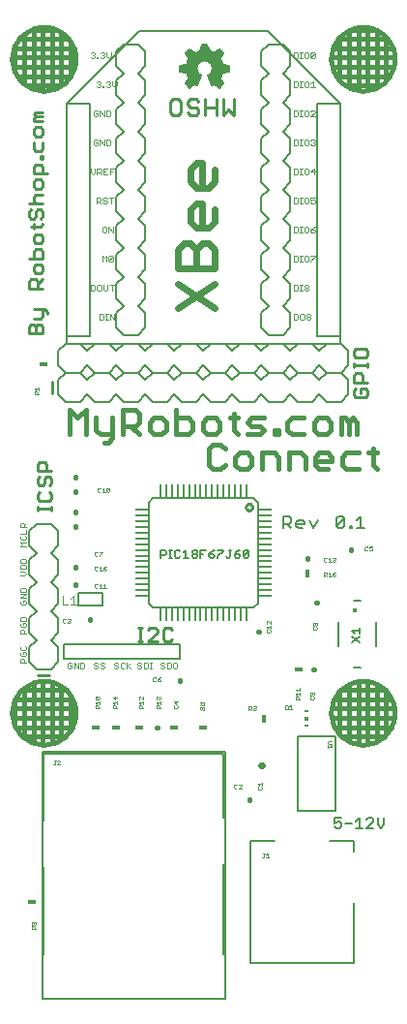
<source format=gto>
G75*
G70*
%OFA0B0*%
%FSLAX24Y24*%
%IPPOS*%
%LPD*%
%AMOC8*
5,1,8,0,0,1.08239X$1,22.5*
%
%ADD10C,0.0160*%
%ADD11C,0.0150*%
%ADD12C,0.0100*%
%ADD13C,0.0090*%
%ADD14C,0.0020*%
%ADD15C,0.0080*%
%ADD16R,0.0118X0.0059*%
%ADD17R,0.0118X0.0118*%
%ADD18R,0.0160X0.0280*%
%ADD19R,0.0280X0.0160*%
%ADD20C,0.0143*%
%ADD21C,0.0010*%
%ADD22C,0.0030*%
%ADD23C,0.0060*%
%ADD24C,0.0050*%
%ADD25C,0.0240*%
%ADD26C,0.0040*%
%ADD27R,0.0079X0.0472*%
%ADD28R,0.0472X0.0079*%
%ADD29C,0.0220*%
D10*
X000834Y010057D02*
X000723Y010168D01*
X000629Y010294D01*
X000554Y010432D01*
X000499Y010579D01*
X000466Y010732D01*
X000454Y010889D01*
X000466Y011045D01*
X000499Y011199D01*
X000554Y011346D01*
X000629Y011483D01*
X000723Y011609D01*
X000834Y011720D01*
X000960Y011814D01*
X001097Y011889D01*
X001244Y011944D01*
X001398Y011977D01*
X001554Y011989D01*
X001711Y011977D01*
X001864Y011944D01*
X002011Y011889D01*
X002149Y011814D01*
X002275Y011720D01*
X002386Y011609D01*
X002480Y011483D01*
X002555Y011346D01*
X002610Y011199D01*
X002643Y011045D01*
X002654Y010889D01*
X002643Y010732D01*
X002610Y010579D01*
X002555Y010432D01*
X002480Y010294D01*
X002386Y010168D01*
X002275Y010057D01*
X002149Y009963D01*
X002011Y009888D01*
X001864Y009833D01*
X001711Y009800D01*
X001554Y009789D01*
X001398Y009800D01*
X001244Y009833D01*
X001097Y009888D01*
X000960Y009963D01*
X000834Y010057D01*
X000823Y010069D02*
X002286Y010069D01*
X002154Y009967D02*
X002154Y011810D01*
X002326Y011669D02*
X000783Y011669D01*
X000874Y011750D02*
X000874Y010027D01*
X001194Y009852D02*
X001194Y011925D01*
X001514Y011986D02*
X001514Y009791D01*
X001834Y009827D02*
X001834Y011951D01*
X002474Y011491D02*
X002474Y010287D01*
X002531Y010389D02*
X000577Y010389D01*
X000554Y010431D02*
X000554Y011347D01*
X000555Y011349D02*
X002553Y011349D01*
X002644Y011029D02*
X000464Y011029D01*
X000471Y010709D02*
X002638Y010709D01*
X003154Y014077D02*
X003154Y014101D01*
X003154Y014077D01*
X002654Y015277D02*
X002654Y015301D01*
X002654Y015277D01*
X002654Y015877D02*
X002654Y015901D01*
X002654Y015877D01*
X002654Y017277D02*
X002654Y017301D01*
X002654Y017277D01*
X002654Y017777D02*
X002654Y017801D01*
X002654Y018477D02*
X002654Y018501D01*
X002654Y018477D01*
X002654Y018977D02*
X002654Y019001D01*
X002434Y020469D02*
X002434Y021309D01*
X002715Y021029D01*
X002995Y021309D01*
X002995Y020469D01*
X003355Y020609D02*
X003355Y021029D01*
X003355Y020609D02*
X003495Y020469D01*
X003916Y020469D01*
X003916Y020329D02*
X003775Y020188D01*
X003635Y020188D01*
X003916Y020329D02*
X003916Y021029D01*
X004276Y020749D02*
X004696Y020749D01*
X004836Y020889D01*
X004836Y021169D01*
X004696Y021309D01*
X004276Y021309D01*
X004276Y020469D01*
X004556Y020749D02*
X004836Y020469D01*
X005197Y020609D02*
X005337Y020469D01*
X005617Y020469D01*
X005757Y020609D01*
X005757Y020889D01*
X005617Y021029D01*
X005337Y021029D01*
X005197Y020889D01*
X005197Y020609D01*
X006117Y020469D02*
X006538Y020469D01*
X006678Y020609D01*
X006678Y020889D01*
X006538Y021029D01*
X006117Y021029D01*
X006117Y021309D02*
X006117Y020469D01*
X007038Y020609D02*
X007178Y020469D01*
X007458Y020469D01*
X007599Y020609D01*
X007599Y020889D01*
X007458Y021029D01*
X007178Y021029D01*
X007038Y020889D01*
X007038Y020609D01*
X007959Y021029D02*
X008239Y021029D01*
X008099Y021169D02*
X008099Y020609D01*
X008239Y020469D01*
X008573Y020469D02*
X008993Y020469D01*
X009133Y020609D01*
X008993Y020749D01*
X008713Y020749D01*
X008573Y020889D01*
X008713Y021029D01*
X009133Y021029D01*
X009493Y020609D02*
X009493Y020469D01*
X009634Y020469D01*
X009634Y020609D01*
X009493Y020609D01*
X009954Y020609D02*
X010094Y020469D01*
X010514Y020469D01*
X010874Y020609D02*
X011015Y020469D01*
X011295Y020469D01*
X011435Y020609D01*
X011435Y020889D01*
X011295Y021029D01*
X011015Y021029D01*
X010874Y020889D01*
X010874Y020609D01*
X010514Y021029D02*
X010094Y021029D01*
X009954Y020889D01*
X009954Y020609D01*
X011795Y020469D02*
X011795Y021029D01*
X011935Y021029D01*
X012075Y020889D01*
X012216Y021029D01*
X012356Y020889D01*
X012356Y020469D01*
X012075Y020469D02*
X012075Y020889D01*
X012154Y016501D02*
X012154Y016477D01*
X012154Y016501D01*
X010966Y014689D02*
X010942Y014689D01*
X010966Y014689D01*
X010654Y016177D02*
X010654Y016201D01*
X010654Y016177D01*
X010842Y012389D02*
X010866Y012389D01*
X010842Y012389D01*
X011629Y011483D02*
X011554Y011346D01*
X011499Y011199D01*
X011466Y011045D01*
X011454Y010889D01*
X011466Y010732D01*
X011499Y010579D01*
X011554Y010432D01*
X011629Y010294D01*
X011723Y010168D01*
X011834Y010057D01*
X011960Y009963D01*
X012097Y009888D01*
X012244Y009833D01*
X012398Y009800D01*
X012554Y009789D01*
X012711Y009800D01*
X012864Y009833D01*
X013011Y009888D01*
X013149Y009963D01*
X013275Y010057D01*
X013386Y010168D01*
X013480Y010294D01*
X013555Y010432D01*
X013610Y010579D01*
X013643Y010732D01*
X013654Y010889D01*
X013643Y011045D01*
X013610Y011199D01*
X013555Y011346D01*
X013480Y011483D01*
X013386Y011609D01*
X013275Y011720D01*
X013149Y011814D01*
X013011Y011889D01*
X012864Y011944D01*
X012711Y011977D01*
X012554Y011989D01*
X012398Y011977D01*
X012244Y011944D01*
X012097Y011889D01*
X011960Y011814D01*
X011834Y011720D01*
X011723Y011609D01*
X011629Y011483D01*
X011555Y011349D02*
X013553Y011349D01*
X013644Y011029D02*
X011464Y011029D01*
X011471Y010709D02*
X013638Y010709D01*
X013531Y010389D02*
X011577Y010389D01*
X011754Y010137D02*
X011754Y011640D01*
X011783Y011669D02*
X013326Y011669D01*
X013354Y011640D02*
X013354Y010137D01*
X013286Y010069D02*
X011823Y010069D01*
X012074Y009901D02*
X012074Y011877D01*
X012394Y011977D02*
X012394Y009801D01*
X012714Y009801D02*
X012714Y011977D01*
X013034Y011877D02*
X013034Y009901D01*
X009066Y009089D02*
X009042Y009089D01*
X008654Y007901D02*
X008654Y007877D01*
X008654Y007901D01*
X006254Y011977D02*
X006254Y012001D01*
X006254Y011977D01*
X005466Y010389D02*
X005442Y010389D01*
X005466Y010389D01*
X008942Y013689D02*
X008966Y013689D01*
X008942Y013689D01*
X012398Y032300D02*
X012244Y032333D01*
X012097Y032388D01*
X011960Y032463D01*
X011834Y032557D01*
X011723Y032668D01*
X011629Y032794D01*
X011554Y032932D01*
X011499Y033079D01*
X011466Y033232D01*
X011454Y033389D01*
X011466Y033545D01*
X011499Y033699D01*
X011554Y033846D01*
X011629Y033983D01*
X011723Y034109D01*
X011834Y034220D01*
X011960Y034314D01*
X012097Y034389D01*
X012244Y034444D01*
X012398Y034477D01*
X012554Y034489D01*
X012711Y034477D01*
X012864Y034444D01*
X013011Y034389D01*
X013149Y034314D01*
X013275Y034220D01*
X013386Y034109D01*
X013480Y033983D01*
X013555Y033846D01*
X013610Y033699D01*
X013643Y033545D01*
X013654Y033389D01*
X013643Y033232D01*
X013610Y033079D01*
X013555Y032932D01*
X013480Y032794D01*
X013386Y032668D01*
X013275Y032557D01*
X013149Y032463D01*
X013011Y032388D01*
X012864Y032333D01*
X012711Y032300D01*
X012554Y032289D01*
X012398Y032300D01*
X012394Y032301D02*
X012394Y034477D01*
X012096Y034389D02*
X013012Y034389D01*
X013034Y034377D02*
X013034Y032401D01*
X013156Y032469D02*
X011952Y032469D01*
X012074Y032401D02*
X012074Y034377D01*
X011754Y034140D02*
X011754Y032637D01*
X011633Y032789D02*
X013476Y032789D01*
X013354Y032637D02*
X013354Y034140D01*
X013416Y034069D02*
X011693Y034069D01*
X011518Y033749D02*
X013591Y033749D01*
X013651Y033429D02*
X011457Y033429D01*
X011492Y033109D02*
X013616Y033109D01*
X012714Y032301D02*
X012714Y034477D01*
X002643Y033545D02*
X002654Y033389D01*
X002643Y033232D01*
X002610Y033079D01*
X002555Y032932D01*
X002480Y032794D01*
X002386Y032668D01*
X002275Y032557D01*
X002149Y032463D01*
X002011Y032388D01*
X001864Y032333D01*
X001711Y032300D01*
X001554Y032289D01*
X001398Y032300D01*
X001244Y032333D01*
X001097Y032388D01*
X000960Y032463D01*
X000834Y032557D01*
X000723Y032668D01*
X000629Y032794D01*
X000554Y032932D01*
X000499Y033079D01*
X000466Y033232D01*
X000454Y033389D01*
X000466Y033545D01*
X000499Y033699D01*
X000554Y033846D01*
X000629Y033983D01*
X000723Y034109D01*
X000834Y034220D01*
X000960Y034314D01*
X001097Y034389D01*
X001244Y034444D01*
X001398Y034477D01*
X001554Y034489D01*
X001711Y034477D01*
X001864Y034444D01*
X002011Y034389D01*
X002149Y034314D01*
X002275Y034220D01*
X002386Y034109D01*
X002480Y033983D01*
X002555Y033846D01*
X002610Y033699D01*
X002643Y033545D01*
X002651Y033429D02*
X000457Y033429D01*
X000492Y033109D02*
X002616Y033109D01*
X002476Y032789D02*
X000633Y032789D01*
X000554Y032931D02*
X000554Y033847D01*
X000518Y033749D02*
X002591Y033749D01*
X002474Y033991D02*
X002474Y032787D01*
X002156Y032469D02*
X000952Y032469D01*
X000874Y032527D02*
X000874Y034250D01*
X001096Y034389D02*
X002012Y034389D01*
X002154Y034310D02*
X002154Y032467D01*
X001834Y032327D02*
X001834Y034451D01*
X001514Y034486D02*
X001514Y032291D01*
X001194Y032352D02*
X001194Y034425D01*
X000693Y034069D02*
X002416Y034069D01*
D11*
X007371Y020114D02*
X007229Y019973D01*
X007229Y019405D01*
X007371Y019264D01*
X007655Y019264D01*
X007796Y019405D01*
X008150Y019405D02*
X008292Y019264D01*
X008575Y019264D01*
X008717Y019405D01*
X008717Y019689D01*
X008575Y019831D01*
X008292Y019831D01*
X008150Y019689D01*
X008150Y019405D01*
X007796Y019973D02*
X007655Y020114D01*
X007371Y020114D01*
X009071Y019831D02*
X009071Y019264D01*
X009071Y019831D02*
X009496Y019831D01*
X009638Y019689D01*
X009638Y019264D01*
X009992Y019264D02*
X009992Y019831D01*
X010417Y019831D01*
X010559Y019689D01*
X010559Y019264D01*
X010912Y019405D02*
X010912Y019689D01*
X011054Y019831D01*
X011338Y019831D01*
X011479Y019689D01*
X011479Y019547D01*
X010912Y019547D01*
X010912Y019405D02*
X011054Y019264D01*
X011338Y019264D01*
X011833Y019405D02*
X011975Y019264D01*
X012400Y019264D01*
X012400Y019831D02*
X011975Y019831D01*
X011833Y019689D01*
X011833Y019405D01*
X012754Y019831D02*
X013037Y019831D01*
X012896Y019973D02*
X012896Y019405D01*
X013037Y019264D01*
D12*
X008518Y017963D02*
X008520Y017983D01*
X008525Y018003D01*
X008535Y018021D01*
X008547Y018038D01*
X008562Y018052D01*
X008580Y018062D01*
X008599Y018070D01*
X008619Y018074D01*
X008639Y018074D01*
X008659Y018070D01*
X008678Y018062D01*
X008696Y018052D01*
X008711Y018038D01*
X008723Y018021D01*
X008733Y018003D01*
X008738Y017983D01*
X008740Y017963D01*
X008738Y017943D01*
X008733Y017923D01*
X008723Y017905D01*
X008711Y017888D01*
X008696Y017874D01*
X008678Y017864D01*
X008659Y017856D01*
X008639Y017852D01*
X008619Y017852D01*
X008599Y017856D01*
X008580Y017864D01*
X008562Y017874D01*
X008547Y017888D01*
X008535Y017905D01*
X008525Y017923D01*
X008520Y017943D01*
X008518Y017963D01*
X008520Y017983D01*
X008525Y018003D01*
X008535Y018021D01*
X008547Y018038D01*
X008562Y018052D01*
X008580Y018062D01*
X008599Y018070D01*
X008619Y018074D01*
X008639Y018074D01*
X008659Y018070D01*
X008678Y018062D01*
X008696Y018052D01*
X008711Y018038D01*
X008723Y018021D01*
X008733Y018003D01*
X008738Y017983D01*
X008740Y017963D01*
X008738Y017943D01*
X008733Y017923D01*
X008723Y017905D01*
X008711Y017888D01*
X008696Y017874D01*
X008678Y017864D01*
X008659Y017856D01*
X008639Y017852D01*
X008619Y017852D01*
X008599Y017856D01*
X008580Y017864D01*
X008562Y017874D01*
X008547Y017888D01*
X008535Y017905D01*
X008525Y017923D01*
X008520Y017943D01*
X008518Y017963D01*
X008101Y031439D02*
X007914Y031625D01*
X007727Y031439D01*
X007727Y031999D01*
X007493Y031999D02*
X007493Y031439D01*
X007493Y031719D02*
X007120Y031719D01*
X007120Y031439D02*
X007120Y031999D01*
X006886Y031906D02*
X006792Y031999D01*
X006605Y031999D01*
X006512Y031906D01*
X006512Y031812D01*
X006605Y031719D01*
X006792Y031719D01*
X006886Y031625D01*
X006886Y031532D01*
X006792Y031439D01*
X006605Y031439D01*
X006512Y031532D01*
X006278Y031532D02*
X006278Y031906D01*
X006185Y031999D01*
X005998Y031999D01*
X005904Y031906D01*
X005904Y031532D01*
X005998Y031439D01*
X006185Y031439D01*
X006278Y031532D01*
X008101Y031439D02*
X008101Y031999D01*
X001854Y022289D02*
X001854Y021889D01*
X001754Y012189D02*
X001354Y012189D01*
D13*
X001339Y017834D02*
X001339Y017990D01*
X001339Y017912D02*
X001809Y017912D01*
X001809Y017834D02*
X001809Y017990D01*
X001731Y018177D02*
X001809Y018256D01*
X001809Y018413D01*
X001731Y018491D01*
X001731Y018693D02*
X001809Y018771D01*
X001809Y018928D01*
X001731Y019007D01*
X001653Y019007D01*
X001574Y018928D01*
X001574Y018771D01*
X001496Y018693D01*
X001417Y018693D01*
X001339Y018771D01*
X001339Y018928D01*
X001417Y019007D01*
X001339Y019209D02*
X001339Y019444D01*
X001417Y019522D01*
X001574Y019522D01*
X001653Y019444D01*
X001653Y019209D01*
X001809Y019209D02*
X001339Y019209D01*
X001417Y018491D02*
X001339Y018413D01*
X001339Y018256D01*
X001417Y018177D01*
X001731Y018177D01*
X001509Y023934D02*
X001039Y023934D01*
X001039Y024169D01*
X001117Y024247D01*
X001196Y024247D01*
X001274Y024169D01*
X001274Y023934D01*
X001274Y024169D02*
X001353Y024247D01*
X001431Y024247D01*
X001509Y024169D01*
X001509Y023934D01*
X001431Y024449D02*
X001196Y024449D01*
X001196Y024763D02*
X001588Y024763D01*
X001666Y024684D01*
X001666Y024606D01*
X001509Y024528D02*
X001509Y024763D01*
X001509Y024528D02*
X001431Y024449D01*
X001509Y025481D02*
X001039Y025481D01*
X001039Y025716D01*
X001117Y025794D01*
X001274Y025794D01*
X001353Y025716D01*
X001353Y025481D01*
X001353Y025637D02*
X001509Y025794D01*
X001431Y025996D02*
X001274Y025996D01*
X001196Y026075D01*
X001196Y026231D01*
X001274Y026310D01*
X001431Y026310D01*
X001509Y026231D01*
X001509Y026075D01*
X001431Y025996D01*
X001509Y026512D02*
X001509Y026747D01*
X001431Y026825D01*
X001274Y026825D01*
X001196Y026747D01*
X001196Y026512D01*
X001039Y026512D02*
X001509Y026512D01*
X001431Y027027D02*
X001274Y027027D01*
X001196Y027106D01*
X001196Y027263D01*
X001274Y027341D01*
X001431Y027341D01*
X001509Y027263D01*
X001509Y027106D01*
X001431Y027027D01*
X001196Y027543D02*
X001196Y027700D01*
X001117Y027621D02*
X001431Y027621D01*
X001509Y027700D01*
X001431Y027887D02*
X001509Y027965D01*
X001509Y028122D01*
X001431Y028200D01*
X001353Y028200D01*
X001274Y028122D01*
X001274Y027965D01*
X001196Y027887D01*
X001117Y027887D01*
X001039Y027965D01*
X001039Y028122D01*
X001117Y028200D01*
X001039Y028402D02*
X001509Y028402D01*
X001274Y028402D02*
X001196Y028481D01*
X001196Y028638D01*
X001274Y028716D01*
X001509Y028716D01*
X001431Y028918D02*
X001509Y028996D01*
X001509Y029153D01*
X001431Y029232D01*
X001274Y029232D01*
X001196Y029153D01*
X001196Y028996D01*
X001274Y028918D01*
X001431Y028918D01*
X001509Y029434D02*
X001509Y029669D01*
X001431Y029747D01*
X001274Y029747D01*
X001196Y029669D01*
X001196Y029434D01*
X001666Y029434D01*
X001509Y029949D02*
X001509Y030028D01*
X001431Y030028D01*
X001431Y029949D01*
X001509Y029949D01*
X001431Y030207D02*
X001274Y030207D01*
X001196Y030286D01*
X001196Y030521D01*
X001274Y030723D02*
X001196Y030801D01*
X001196Y030958D01*
X001274Y031036D01*
X001431Y031036D01*
X001509Y030958D01*
X001509Y030801D01*
X001431Y030723D01*
X001274Y030723D01*
X001509Y030521D02*
X001509Y030286D01*
X001431Y030207D01*
X001509Y031238D02*
X001196Y031238D01*
X001196Y031317D01*
X001274Y031395D01*
X001196Y031474D01*
X001274Y031552D01*
X001509Y031552D01*
X001509Y031395D02*
X001274Y031395D01*
X004799Y013804D02*
X004956Y013804D01*
X004878Y013804D02*
X004878Y013334D01*
X004956Y013334D02*
X004799Y013334D01*
X005143Y013334D02*
X005457Y013647D01*
X005457Y013726D01*
X005378Y013804D01*
X005221Y013804D01*
X005143Y013726D01*
X005143Y013334D02*
X005457Y013334D01*
X005659Y013412D02*
X005737Y013334D01*
X005894Y013334D01*
X005972Y013412D01*
X005972Y013726D02*
X005894Y013804D01*
X005737Y013804D01*
X005659Y013726D01*
X005659Y013412D01*
X012317Y021734D02*
X012239Y021812D01*
X012239Y021969D01*
X012317Y022047D01*
X012474Y022047D02*
X012474Y021890D01*
X012474Y022047D02*
X012631Y022047D01*
X012709Y021969D01*
X012709Y021812D01*
X012631Y021734D01*
X012317Y021734D01*
X012239Y022249D02*
X012239Y022484D01*
X012317Y022563D01*
X012474Y022563D01*
X012553Y022484D01*
X012553Y022249D01*
X012709Y022249D02*
X012239Y022249D01*
X012239Y022765D02*
X012239Y022922D01*
X012239Y022843D02*
X012709Y022843D01*
X012709Y022765D02*
X012709Y022922D01*
X012631Y023109D02*
X012709Y023187D01*
X012709Y023344D01*
X012631Y023422D01*
X012317Y023422D01*
X012239Y023344D01*
X012239Y023187D01*
X012317Y023109D01*
X012631Y023109D01*
D14*
X010754Y026435D02*
X010900Y026582D01*
X010900Y026619D01*
X010754Y026619D01*
X010679Y026582D02*
X010679Y026435D01*
X010643Y026399D01*
X010569Y026399D01*
X010533Y026435D01*
X010533Y026582D01*
X010569Y026619D01*
X010643Y026619D01*
X010679Y026582D01*
X010754Y026435D02*
X010754Y026399D01*
X010459Y026399D02*
X010385Y026399D01*
X010422Y026399D02*
X010422Y026619D01*
X010385Y026619D02*
X010459Y026619D01*
X010311Y026582D02*
X010311Y026435D01*
X010274Y026399D01*
X010164Y026399D01*
X010164Y026619D01*
X010274Y026619D01*
X010311Y026582D01*
X010274Y027399D02*
X010164Y027399D01*
X010164Y027619D01*
X010274Y027619D01*
X010311Y027582D01*
X010311Y027435D01*
X010274Y027399D01*
X010385Y027399D02*
X010459Y027399D01*
X010422Y027399D02*
X010422Y027619D01*
X010385Y027619D02*
X010459Y027619D01*
X010533Y027582D02*
X010533Y027435D01*
X010569Y027399D01*
X010643Y027399D01*
X010679Y027435D01*
X010679Y027582D01*
X010643Y027619D01*
X010569Y027619D01*
X010533Y027582D01*
X010754Y027509D02*
X010864Y027509D01*
X010900Y027472D01*
X010900Y027435D01*
X010864Y027399D01*
X010790Y027399D01*
X010754Y027435D01*
X010754Y027509D01*
X010827Y027582D01*
X010900Y027619D01*
X010864Y028399D02*
X010790Y028399D01*
X010754Y028435D01*
X010754Y028509D02*
X010827Y028545D01*
X010864Y028545D01*
X010900Y028509D01*
X010900Y028435D01*
X010864Y028399D01*
X010754Y028509D02*
X010754Y028619D01*
X010900Y028619D01*
X010679Y028582D02*
X010643Y028619D01*
X010569Y028619D01*
X010533Y028582D01*
X010533Y028435D01*
X010569Y028399D01*
X010643Y028399D01*
X010679Y028435D01*
X010679Y028582D01*
X010459Y028619D02*
X010385Y028619D01*
X010422Y028619D02*
X010422Y028399D01*
X010385Y028399D02*
X010459Y028399D01*
X010311Y028435D02*
X010311Y028582D01*
X010274Y028619D01*
X010164Y028619D01*
X010164Y028399D01*
X010274Y028399D01*
X010311Y028435D01*
X010274Y029399D02*
X010164Y029399D01*
X010164Y029619D01*
X010274Y029619D01*
X010311Y029582D01*
X010311Y029435D01*
X010274Y029399D01*
X010385Y029399D02*
X010459Y029399D01*
X010422Y029399D02*
X010422Y029619D01*
X010385Y029619D02*
X010459Y029619D01*
X010533Y029582D02*
X010533Y029435D01*
X010569Y029399D01*
X010643Y029399D01*
X010679Y029435D01*
X010679Y029582D01*
X010643Y029619D01*
X010569Y029619D01*
X010533Y029582D01*
X010754Y029509D02*
X010900Y029509D01*
X010864Y029619D02*
X010754Y029509D01*
X010864Y029399D02*
X010864Y029619D01*
X010864Y030399D02*
X010790Y030399D01*
X010754Y030435D01*
X010679Y030435D02*
X010679Y030582D01*
X010643Y030619D01*
X010569Y030619D01*
X010533Y030582D01*
X010533Y030435D01*
X010569Y030399D01*
X010643Y030399D01*
X010679Y030435D01*
X010754Y030582D02*
X010790Y030619D01*
X010864Y030619D01*
X010900Y030582D01*
X010900Y030545D01*
X010864Y030509D01*
X010900Y030472D01*
X010900Y030435D01*
X010864Y030399D01*
X010864Y030509D02*
X010827Y030509D01*
X010459Y030619D02*
X010385Y030619D01*
X010422Y030619D02*
X010422Y030399D01*
X010385Y030399D02*
X010459Y030399D01*
X010311Y030435D02*
X010311Y030582D01*
X010274Y030619D01*
X010164Y030619D01*
X010164Y030399D01*
X010274Y030399D01*
X010311Y030435D01*
X010274Y031399D02*
X010164Y031399D01*
X010164Y031619D01*
X010274Y031619D01*
X010311Y031582D01*
X010311Y031435D01*
X010274Y031399D01*
X010385Y031399D02*
X010459Y031399D01*
X010422Y031399D02*
X010422Y031619D01*
X010385Y031619D02*
X010459Y031619D01*
X010533Y031582D02*
X010533Y031435D01*
X010569Y031399D01*
X010643Y031399D01*
X010679Y031435D01*
X010679Y031582D01*
X010643Y031619D01*
X010569Y031619D01*
X010533Y031582D01*
X010754Y031582D02*
X010790Y031619D01*
X010864Y031619D01*
X010900Y031582D01*
X010900Y031545D01*
X010754Y031399D01*
X010900Y031399D01*
X010900Y032399D02*
X010754Y032399D01*
X010827Y032399D02*
X010827Y032619D01*
X010754Y032545D01*
X010679Y032582D02*
X010679Y032435D01*
X010643Y032399D01*
X010569Y032399D01*
X010533Y032435D01*
X010533Y032582D01*
X010569Y032619D01*
X010643Y032619D01*
X010679Y032582D01*
X010459Y032619D02*
X010385Y032619D01*
X010422Y032619D02*
X010422Y032399D01*
X010385Y032399D02*
X010459Y032399D01*
X010311Y032435D02*
X010311Y032582D01*
X010274Y032619D01*
X010164Y032619D01*
X010164Y032399D01*
X010274Y032399D01*
X010311Y032435D01*
X010274Y033399D02*
X010164Y033399D01*
X010164Y033619D01*
X010274Y033619D01*
X010311Y033582D01*
X010311Y033435D01*
X010274Y033399D01*
X010385Y033399D02*
X010459Y033399D01*
X010422Y033399D02*
X010422Y033619D01*
X010385Y033619D02*
X010459Y033619D01*
X010533Y033582D02*
X010533Y033435D01*
X010569Y033399D01*
X010643Y033399D01*
X010679Y033435D01*
X010679Y033582D01*
X010643Y033619D01*
X010569Y033619D01*
X010533Y033582D01*
X010754Y033582D02*
X010754Y033435D01*
X010900Y033582D01*
X010900Y033435D01*
X010864Y033399D01*
X010790Y033399D01*
X010754Y033435D01*
X010754Y033582D02*
X010790Y033619D01*
X010864Y033619D01*
X010900Y033582D01*
X010643Y025619D02*
X010569Y025619D01*
X010533Y025582D01*
X010533Y025545D01*
X010569Y025509D01*
X010643Y025509D01*
X010679Y025472D01*
X010679Y025435D01*
X010643Y025399D01*
X010569Y025399D01*
X010533Y025435D01*
X010533Y025472D01*
X010569Y025509D01*
X010643Y025509D02*
X010679Y025545D01*
X010679Y025582D01*
X010643Y025619D01*
X010459Y025619D02*
X010385Y025619D01*
X010422Y025619D02*
X010422Y025399D01*
X010385Y025399D02*
X010459Y025399D01*
X010311Y025435D02*
X010311Y025582D01*
X010274Y025619D01*
X010164Y025619D01*
X010164Y025399D01*
X010274Y025399D01*
X010311Y025435D01*
X010274Y024619D02*
X010164Y024619D01*
X010164Y024399D01*
X010274Y024399D01*
X010311Y024435D01*
X010311Y024582D01*
X010274Y024619D01*
X010385Y024582D02*
X010385Y024435D01*
X010422Y024399D01*
X010495Y024399D01*
X010532Y024435D01*
X010532Y024582D01*
X010495Y024619D01*
X010422Y024619D01*
X010385Y024582D01*
X010606Y024582D02*
X010606Y024545D01*
X010643Y024509D01*
X010716Y024509D01*
X010753Y024472D01*
X010753Y024435D01*
X010716Y024399D01*
X010643Y024399D01*
X010606Y024435D01*
X010606Y024472D01*
X010643Y024509D01*
X010716Y024509D02*
X010753Y024545D01*
X010753Y024582D01*
X010716Y024619D01*
X010643Y024619D01*
X010606Y024582D01*
X003979Y024619D02*
X003979Y024399D01*
X003833Y024619D01*
X003833Y024399D01*
X003759Y024399D02*
X003685Y024399D01*
X003722Y024399D02*
X003722Y024619D01*
X003685Y024619D02*
X003759Y024619D01*
X003611Y024582D02*
X003574Y024619D01*
X003464Y024619D01*
X003464Y024399D01*
X003574Y024399D01*
X003611Y024435D01*
X003611Y024582D01*
X003643Y025399D02*
X003716Y025399D01*
X003753Y025435D01*
X003753Y025619D01*
X003827Y025619D02*
X003974Y025619D01*
X003901Y025619D02*
X003901Y025399D01*
X003643Y025399D02*
X003606Y025435D01*
X003606Y025619D01*
X003532Y025582D02*
X003532Y025435D01*
X003495Y025399D01*
X003422Y025399D01*
X003385Y025435D01*
X003385Y025582D01*
X003422Y025619D01*
X003495Y025619D01*
X003532Y025582D01*
X003311Y025582D02*
X003311Y025435D01*
X003274Y025399D01*
X003164Y025399D01*
X003164Y025619D01*
X003274Y025619D01*
X003311Y025582D01*
X003564Y026399D02*
X003564Y026619D01*
X003638Y026545D01*
X003711Y026619D01*
X003711Y026399D01*
X003785Y026435D02*
X003932Y026582D01*
X003932Y026435D01*
X003895Y026399D01*
X003822Y026399D01*
X003785Y026435D01*
X003785Y026582D01*
X003822Y026619D01*
X003895Y026619D01*
X003932Y026582D01*
X003932Y027399D02*
X003932Y027619D01*
X003785Y027619D02*
X003785Y027399D01*
X003711Y027435D02*
X003711Y027582D01*
X003674Y027619D01*
X003601Y027619D01*
X003564Y027582D01*
X003564Y027435D01*
X003601Y027399D01*
X003674Y027399D01*
X003711Y027435D01*
X003785Y027619D02*
X003932Y027399D01*
X003880Y028399D02*
X003880Y028619D01*
X003953Y028619D02*
X003806Y028619D01*
X003732Y028582D02*
X003695Y028619D01*
X003622Y028619D01*
X003585Y028582D01*
X003585Y028545D01*
X003622Y028509D01*
X003695Y028509D01*
X003732Y028472D01*
X003732Y028435D01*
X003695Y028399D01*
X003622Y028399D01*
X003585Y028435D01*
X003511Y028399D02*
X003438Y028472D01*
X003474Y028472D02*
X003364Y028472D01*
X003364Y028399D02*
X003364Y028619D01*
X003474Y028619D01*
X003511Y028582D01*
X003511Y028509D01*
X003474Y028472D01*
X003532Y029399D02*
X003459Y029472D01*
X003495Y029472D02*
X003385Y029472D01*
X003385Y029399D02*
X003385Y029619D01*
X003495Y029619D01*
X003532Y029582D01*
X003532Y029509D01*
X003495Y029472D01*
X003606Y029509D02*
X003680Y029509D01*
X003753Y029619D02*
X003606Y029619D01*
X003606Y029399D01*
X003753Y029399D01*
X003827Y029399D02*
X003827Y029619D01*
X003974Y029619D01*
X003901Y029509D02*
X003827Y029509D01*
X003816Y030399D02*
X003706Y030399D01*
X003706Y030619D01*
X003816Y030619D01*
X003853Y030582D01*
X003853Y030435D01*
X003816Y030399D01*
X003632Y030399D02*
X003632Y030619D01*
X003485Y030619D02*
X003632Y030399D01*
X003485Y030399D02*
X003485Y030619D01*
X003411Y030582D02*
X003374Y030619D01*
X003301Y030619D01*
X003264Y030582D01*
X003264Y030435D01*
X003301Y030399D01*
X003374Y030399D01*
X003411Y030435D01*
X003411Y030509D01*
X003338Y030509D01*
X003374Y031399D02*
X003411Y031435D01*
X003411Y031509D01*
X003338Y031509D01*
X003411Y031582D02*
X003374Y031619D01*
X003301Y031619D01*
X003264Y031582D01*
X003264Y031435D01*
X003301Y031399D01*
X003374Y031399D01*
X003485Y031399D02*
X003485Y031619D01*
X003632Y031399D01*
X003632Y031619D01*
X003706Y031619D02*
X003706Y031399D01*
X003816Y031399D01*
X003853Y031435D01*
X003853Y031582D01*
X003816Y031619D01*
X003706Y031619D01*
X003732Y032399D02*
X003696Y032435D01*
X003732Y032399D02*
X003806Y032399D01*
X003843Y032435D01*
X003843Y032472D01*
X003806Y032509D01*
X003769Y032509D01*
X003806Y032509D02*
X003843Y032545D01*
X003843Y032582D01*
X003806Y032619D01*
X003732Y032619D01*
X003696Y032582D01*
X003622Y032435D02*
X003622Y032399D01*
X003585Y032399D01*
X003585Y032435D01*
X003622Y032435D01*
X003511Y032435D02*
X003511Y032472D01*
X003474Y032509D01*
X003438Y032509D01*
X003474Y032509D02*
X003511Y032545D01*
X003511Y032582D01*
X003474Y032619D01*
X003401Y032619D01*
X003364Y032582D01*
X003364Y032435D02*
X003401Y032399D01*
X003474Y032399D01*
X003511Y032435D01*
X003917Y032472D02*
X003990Y032399D01*
X004064Y032472D01*
X004064Y032619D01*
X003917Y032619D02*
X003917Y032472D01*
X003790Y033399D02*
X003864Y033472D01*
X003864Y033619D01*
X003717Y033619D02*
X003717Y033472D01*
X003790Y033399D01*
X003643Y033435D02*
X003606Y033399D01*
X003532Y033399D01*
X003496Y033435D01*
X003422Y033435D02*
X003422Y033399D01*
X003385Y033399D01*
X003385Y033435D01*
X003422Y033435D01*
X003311Y033435D02*
X003274Y033399D01*
X003201Y033399D01*
X003164Y033435D01*
X003238Y033509D02*
X003274Y033509D01*
X003311Y033472D01*
X003311Y033435D01*
X003274Y033509D02*
X003311Y033545D01*
X003311Y033582D01*
X003274Y033619D01*
X003201Y033619D01*
X003164Y033582D01*
X003496Y033582D02*
X003532Y033619D01*
X003606Y033619D01*
X003643Y033582D01*
X003643Y033545D01*
X003606Y033509D01*
X003643Y033472D01*
X003643Y033435D01*
X003606Y033509D02*
X003569Y033509D01*
X003311Y029619D02*
X003311Y029472D01*
X003238Y029399D01*
X003164Y029472D01*
X003164Y029619D01*
D15*
X004054Y029639D02*
X004054Y029139D01*
X004304Y028889D01*
X004054Y028639D01*
X004054Y028139D01*
X004304Y027889D01*
X004054Y027639D01*
X004054Y027139D01*
X004304Y026889D01*
X004054Y026639D01*
X004054Y026139D01*
X004304Y025889D01*
X004054Y025639D01*
X004054Y025139D01*
X004304Y024889D01*
X004054Y024639D01*
X004054Y024139D01*
X004304Y023889D01*
X004804Y023889D01*
X005054Y024139D01*
X005054Y024639D01*
X004804Y024889D01*
X005054Y025139D01*
X005054Y025639D01*
X004804Y025889D01*
X005054Y026139D01*
X005054Y026639D01*
X004804Y026889D01*
X005054Y027139D01*
X005054Y027639D01*
X004804Y027889D01*
X005054Y028139D01*
X005054Y028639D01*
X004804Y028889D01*
X005054Y029139D01*
X005054Y029639D01*
X004804Y029889D01*
X005054Y030139D01*
X005054Y030639D01*
X004804Y030889D01*
X005054Y031139D01*
X005054Y031639D01*
X004804Y031889D01*
X005054Y032139D01*
X005054Y032639D01*
X004804Y032889D01*
X005054Y033139D01*
X005054Y033639D01*
X004804Y033889D01*
X004304Y033889D01*
X004054Y033639D01*
X004054Y033139D01*
X004304Y032889D01*
X004054Y032639D01*
X004054Y032139D01*
X004304Y031889D01*
X004054Y031639D01*
X004054Y031139D01*
X004304Y030889D01*
X004054Y030639D01*
X004054Y030139D01*
X004304Y029889D01*
X004054Y029639D01*
X004304Y029889D01*
X004054Y030139D01*
X004054Y030639D01*
X004304Y030889D01*
X004054Y031139D01*
X004054Y031639D01*
X004304Y031889D01*
X004054Y032139D01*
X004054Y032639D01*
X004304Y032889D01*
X004054Y033139D01*
X004054Y033639D01*
X004304Y033889D01*
X004804Y033889D01*
X005054Y033639D01*
X005054Y033139D01*
X004804Y032889D01*
X005054Y032639D01*
X005054Y032139D01*
X004804Y031889D01*
X005054Y031639D01*
X005054Y031139D01*
X004804Y030889D01*
X005054Y030639D01*
X005054Y030139D01*
X004804Y029889D01*
X005054Y029639D01*
X005054Y029139D01*
X004804Y028889D01*
X005054Y028639D01*
X005054Y028139D01*
X004804Y027889D01*
X005054Y027639D01*
X005054Y027139D01*
X004804Y026889D01*
X005054Y026639D01*
X005054Y026139D01*
X004804Y025889D01*
X005054Y025639D01*
X005054Y025139D01*
X004804Y024889D01*
X005054Y024639D01*
X005054Y024139D01*
X004804Y023889D01*
X004304Y023889D01*
X004054Y024139D01*
X004054Y024639D01*
X004304Y024889D01*
X004054Y025139D01*
X004054Y025639D01*
X004304Y025889D01*
X004054Y026139D01*
X004054Y026639D01*
X004304Y026889D01*
X004054Y027139D01*
X004054Y027639D01*
X004304Y027889D01*
X004054Y028139D01*
X004054Y028639D01*
X004304Y028889D01*
X004054Y029139D01*
X004054Y029639D01*
X002324Y031836D02*
X002324Y023586D01*
X011774Y023586D01*
X011774Y031836D01*
X009274Y034336D01*
X004824Y034336D01*
X002324Y031836D01*
X004824Y034336D01*
X006254Y033149D02*
X006254Y032949D01*
X006474Y032909D01*
X006254Y032949D01*
X006304Y032989D02*
X006304Y033139D01*
X006504Y033139D01*
X006604Y033389D01*
X006454Y033589D01*
X006604Y033689D01*
X006754Y033539D01*
X006954Y033639D01*
X007004Y033839D01*
X007154Y033839D01*
X007204Y033639D01*
X007404Y033539D01*
X007604Y033689D01*
X007704Y033589D01*
X007604Y033389D01*
X007704Y033139D01*
X007904Y033139D01*
X007904Y032989D01*
X007654Y032939D01*
X007604Y032689D01*
X007704Y032539D01*
X007604Y032439D01*
X007454Y032539D01*
X007354Y032489D01*
X007254Y032789D01*
X007404Y032989D01*
X007354Y033239D01*
X007154Y033339D01*
X006954Y033339D01*
X006804Y033189D01*
X006804Y032889D01*
X006954Y032789D01*
X006804Y032539D01*
X006754Y032539D01*
X006604Y032439D01*
X006504Y032539D01*
X006604Y032689D01*
X006504Y032939D01*
X006304Y032989D01*
X006304Y033139D01*
X006504Y033139D01*
X006604Y033389D01*
X006454Y033589D01*
X006604Y033689D01*
X006754Y033539D01*
X006954Y033639D01*
X007004Y033839D01*
X007154Y033839D01*
X007204Y033639D01*
X007404Y033539D01*
X007604Y033689D01*
X007704Y033589D01*
X007604Y033389D01*
X007704Y033139D01*
X007904Y033139D01*
X007904Y032989D01*
X007654Y032939D01*
X007604Y032689D01*
X007704Y032539D01*
X007604Y032439D01*
X007454Y032539D01*
X007354Y032489D01*
X007254Y032789D01*
X007404Y032989D01*
X007354Y033239D01*
X007154Y033339D01*
X006954Y033339D01*
X006804Y033189D01*
X006804Y032889D01*
X006954Y032789D01*
X006804Y032539D01*
X006754Y032539D01*
X006604Y032439D01*
X006504Y032539D01*
X006604Y032689D01*
X006504Y032939D01*
X006304Y032989D01*
X006304Y033139D01*
X006504Y033139D01*
X006604Y033389D01*
X006454Y033589D01*
X006604Y033689D01*
X006754Y033539D01*
X006954Y033639D01*
X007004Y033839D01*
X007154Y033839D01*
X007204Y033639D01*
X007404Y033539D01*
X007604Y033689D01*
X007704Y033589D01*
X007604Y033389D01*
X007704Y033139D01*
X007904Y033139D01*
X007904Y032989D01*
X007654Y032939D01*
X007604Y032689D01*
X007704Y032539D01*
X007604Y032439D01*
X007454Y032539D01*
X007354Y032489D01*
X007254Y032789D01*
X007404Y032989D01*
X007354Y033239D01*
X007154Y033339D01*
X006954Y033339D01*
X006804Y033189D01*
X006804Y032889D01*
X006954Y032789D01*
X006804Y032539D01*
X006754Y032539D01*
X006604Y032439D01*
X006504Y032539D01*
X006604Y032689D01*
X006504Y032939D01*
X006304Y032989D01*
X006304Y033139D01*
X006504Y033139D01*
X006604Y033389D01*
X006454Y033589D01*
X006604Y033689D01*
X006754Y033539D01*
X006954Y033639D01*
X007004Y033839D01*
X007154Y033839D01*
X007204Y033639D01*
X007404Y033539D01*
X007604Y033689D01*
X007704Y033589D01*
X007604Y033389D01*
X007704Y033139D01*
X007904Y033139D01*
X007904Y032989D01*
X007654Y032939D01*
X007604Y032689D01*
X007704Y032539D01*
X007604Y032439D01*
X007454Y032539D01*
X007354Y032489D01*
X007254Y032789D01*
X007404Y032989D01*
X007354Y033239D01*
X007154Y033339D01*
X006954Y033339D01*
X006804Y033189D01*
X006804Y032889D01*
X006954Y032789D01*
X006804Y032539D01*
X006754Y032539D01*
X006604Y032439D01*
X006504Y032539D01*
X006604Y032689D01*
X006504Y032939D01*
X006304Y032989D01*
X006304Y033021D02*
X006804Y033021D01*
X006304Y033021D01*
X006804Y033021D01*
X006304Y033021D01*
X006304Y033099D02*
X006804Y033099D01*
X006304Y033099D01*
X006804Y033099D01*
X006304Y033099D01*
X006254Y033149D02*
X006484Y033189D01*
X006520Y033178D02*
X006804Y033178D01*
X006520Y033178D01*
X006804Y033178D01*
X006520Y033178D01*
X006551Y033256D02*
X006872Y033256D01*
X006551Y033256D01*
X006872Y033256D01*
X006551Y033256D01*
X006583Y033335D02*
X006950Y033335D01*
X006583Y033335D01*
X006950Y033335D01*
X006583Y033335D01*
X006564Y033379D02*
X006434Y033569D01*
X006574Y033709D01*
X006764Y033579D01*
X006574Y033709D01*
X006545Y033649D02*
X006644Y033649D01*
X006545Y033649D01*
X006644Y033649D01*
X006545Y033649D01*
X006468Y033570D02*
X006723Y033570D01*
X006468Y033570D01*
X006723Y033570D01*
X006468Y033570D01*
X006434Y033569D02*
X006564Y033379D01*
X006586Y033413D02*
X007617Y033413D01*
X006586Y033413D01*
X007617Y033413D01*
X006586Y033413D01*
X006527Y033492D02*
X007656Y033492D01*
X006527Y033492D01*
X007656Y033492D01*
X006527Y033492D01*
X006491Y032942D02*
X006804Y032942D01*
X006491Y032942D01*
X006804Y032942D01*
X006491Y032942D01*
X006534Y032863D02*
X006842Y032863D01*
X006534Y032863D01*
X006842Y032863D01*
X006534Y032863D01*
X006566Y032785D02*
X006952Y032785D01*
X006566Y032785D01*
X006952Y032785D01*
X006566Y032785D01*
X006554Y032709D02*
X006434Y032529D01*
X006574Y032389D01*
X006754Y032509D01*
X006824Y032469D01*
X006974Y032809D01*
X006824Y032469D01*
X006754Y032509D01*
X006574Y032389D01*
X006434Y032529D01*
X006554Y032709D01*
X006597Y032706D02*
X006905Y032706D01*
X006597Y032706D01*
X006905Y032706D01*
X006597Y032706D01*
X006564Y032628D02*
X006858Y032628D01*
X006564Y032628D01*
X006858Y032628D01*
X006564Y032628D01*
X006511Y032549D02*
X006811Y032549D01*
X006511Y032549D01*
X006811Y032549D01*
X006511Y032549D01*
X006572Y032471D02*
X006652Y032471D01*
X006572Y032471D01*
X006652Y032471D01*
X006572Y032471D01*
X006818Y033570D02*
X007341Y033570D01*
X006818Y033570D01*
X007341Y033570D01*
X006818Y033570D01*
X006944Y033649D02*
X006994Y033889D01*
X007184Y033889D01*
X007234Y033649D01*
X007184Y033889D01*
X006994Y033889D01*
X006944Y033649D01*
X006957Y033649D02*
X007202Y033649D01*
X006957Y033649D01*
X007202Y033649D01*
X006957Y033649D01*
X006976Y033727D02*
X007182Y033727D01*
X006976Y033727D01*
X007182Y033727D01*
X006976Y033727D01*
X006996Y033806D02*
X007162Y033806D01*
X006996Y033806D01*
X007162Y033806D01*
X006996Y033806D01*
X007162Y033335D02*
X007626Y033335D01*
X007162Y033335D01*
X007626Y033335D01*
X007162Y033335D01*
X007319Y033256D02*
X007657Y033256D01*
X007319Y033256D01*
X007657Y033256D01*
X007319Y033256D01*
X007367Y033178D02*
X007689Y033178D01*
X007367Y033178D01*
X007689Y033178D01*
X007367Y033178D01*
X007382Y033099D02*
X007904Y033099D01*
X007382Y033099D01*
X007904Y033099D01*
X007382Y033099D01*
X007398Y033021D02*
X007904Y033021D01*
X007398Y033021D01*
X007904Y033021D01*
X007398Y033021D01*
X007369Y032942D02*
X007671Y032942D01*
X007369Y032942D01*
X007671Y032942D01*
X007369Y032942D01*
X007310Y032863D02*
X007639Y032863D01*
X007310Y032863D01*
X007639Y032863D01*
X007310Y032863D01*
X007256Y032785D02*
X007624Y032785D01*
X007256Y032785D01*
X007624Y032785D01*
X007256Y032785D01*
X007214Y032809D02*
X007354Y032469D01*
X007434Y032509D01*
X007614Y032389D01*
X007434Y032509D01*
X007354Y032469D01*
X007214Y032809D01*
X007282Y032706D02*
X007608Y032706D01*
X007282Y032706D01*
X007608Y032706D01*
X007282Y032706D01*
X007308Y032628D02*
X007645Y032628D01*
X007308Y032628D01*
X007645Y032628D01*
X007308Y032628D01*
X007334Y032549D02*
X007697Y032549D01*
X007334Y032549D01*
X007697Y032549D01*
X007334Y032549D01*
X007706Y033190D02*
X007694Y033230D01*
X007679Y033268D01*
X007661Y033306D01*
X007641Y033342D01*
X007619Y033377D01*
X007614Y033379D02*
X007754Y033569D01*
X007614Y033709D01*
X007414Y033579D01*
X007614Y033709D01*
X007644Y033649D02*
X007551Y033649D01*
X007644Y033649D01*
X007551Y033649D01*
X007644Y033649D01*
X007695Y033570D02*
X007447Y033570D01*
X007695Y033570D01*
X007447Y033570D01*
X007695Y033570D01*
X007704Y033189D02*
X007924Y033149D01*
X007924Y032949D01*
X007704Y032909D01*
X007924Y032949D01*
X007924Y033149D01*
X007704Y033189D01*
X007624Y032709D02*
X007754Y032529D01*
X007614Y032389D01*
X007636Y032471D02*
X007556Y032471D01*
X007636Y032471D01*
X007556Y032471D01*
X007636Y032471D01*
X007754Y032529D02*
X007624Y032709D01*
X007706Y033189D02*
X007694Y033229D01*
X007679Y033268D01*
X007661Y033306D01*
X007641Y033342D01*
X007619Y033377D01*
X007214Y032809D02*
X007242Y032825D01*
X007269Y032844D01*
X007292Y032866D01*
X007313Y032891D01*
X007331Y032919D01*
X007346Y032948D01*
X007356Y032979D01*
X007364Y033010D01*
X007367Y033043D01*
X007366Y033075D01*
X007362Y033108D01*
X007353Y033139D01*
X007341Y033169D01*
X007326Y033198D01*
X007307Y033225D01*
X007285Y033249D01*
X007261Y033270D01*
X007234Y033289D01*
X007205Y033304D01*
X007174Y033315D01*
X007143Y033323D01*
X007110Y033327D01*
X007078Y033327D01*
X007045Y033323D01*
X007014Y033315D01*
X006983Y033304D01*
X006954Y033289D01*
X006927Y033270D01*
X006903Y033249D01*
X006881Y033225D01*
X006862Y033198D01*
X006847Y033169D01*
X006835Y033139D01*
X006826Y033108D01*
X006822Y033075D01*
X006821Y033043D01*
X006824Y033010D01*
X006832Y032979D01*
X006842Y032948D01*
X006857Y032919D01*
X006875Y032891D01*
X006896Y032866D01*
X006919Y032844D01*
X006946Y032825D01*
X006974Y032809D01*
X006767Y033575D02*
X006809Y033598D01*
X006852Y033617D01*
X006897Y033633D01*
X006943Y033646D01*
X006477Y032893D02*
X006492Y032846D01*
X006510Y032800D01*
X006532Y032756D01*
X006557Y032714D01*
X006556Y032713D02*
X006531Y032755D01*
X006509Y032799D01*
X006491Y032845D01*
X006476Y032892D01*
X006767Y033575D02*
X006809Y033598D01*
X006852Y033617D01*
X006897Y033634D01*
X006943Y033646D01*
X006974Y032809D02*
X006946Y032825D01*
X006919Y032844D01*
X006896Y032866D01*
X006875Y032891D01*
X006857Y032919D01*
X006842Y032948D01*
X006832Y032979D01*
X006824Y033010D01*
X006821Y033043D01*
X006822Y033075D01*
X006826Y033108D01*
X006835Y033139D01*
X006847Y033169D01*
X006862Y033198D01*
X006881Y033225D01*
X006903Y033249D01*
X006927Y033270D01*
X006954Y033289D01*
X006983Y033304D01*
X007014Y033315D01*
X007045Y033323D01*
X007078Y033327D01*
X007110Y033327D01*
X007143Y033323D01*
X007174Y033315D01*
X007205Y033304D01*
X007234Y033289D01*
X007261Y033270D01*
X007285Y033249D01*
X007307Y033225D01*
X007326Y033198D01*
X007341Y033169D01*
X007353Y033139D01*
X007362Y033108D01*
X007366Y033075D01*
X007367Y033043D01*
X007364Y033010D01*
X007356Y032979D01*
X007346Y032948D01*
X007331Y032919D01*
X007313Y032891D01*
X007292Y032866D01*
X007269Y032844D01*
X007242Y032825D01*
X007214Y032809D01*
X006483Y033191D02*
X006494Y033230D01*
X006508Y033269D01*
X006524Y033307D01*
X006543Y033343D01*
X006564Y033378D01*
X007703Y032910D02*
X007693Y032868D01*
X007680Y032827D01*
X007664Y032787D01*
X007645Y032748D01*
X007623Y032711D01*
X007414Y033579D02*
X007371Y033602D01*
X007327Y033622D01*
X007281Y033638D01*
X007235Y033650D01*
X007234Y033649D02*
X007281Y033637D01*
X007327Y033621D01*
X007371Y033601D01*
X007413Y033578D01*
X007704Y032910D02*
X007694Y032868D01*
X007681Y032827D01*
X007665Y032787D01*
X007646Y032748D01*
X007624Y032711D01*
X006482Y033191D02*
X006493Y033231D01*
X006507Y033270D01*
X006523Y033307D01*
X006542Y033344D01*
X006563Y033379D01*
X009054Y033139D02*
X009054Y033639D01*
X009304Y033889D01*
X009804Y033889D01*
X010054Y033639D01*
X010054Y033139D01*
X009804Y032889D01*
X010054Y032639D01*
X010054Y032139D01*
X009804Y031889D01*
X010054Y031639D01*
X010054Y031139D01*
X009804Y030889D01*
X010054Y030639D01*
X010054Y030139D01*
X009804Y029889D01*
X010054Y029639D01*
X010054Y029139D01*
X009804Y028889D01*
X010054Y028639D01*
X010054Y028139D01*
X009804Y027889D01*
X010054Y027639D01*
X010054Y027139D01*
X009804Y026889D01*
X010054Y026639D01*
X010054Y026139D01*
X009804Y025889D01*
X010054Y025639D01*
X010054Y025139D01*
X009804Y024889D01*
X010054Y024639D01*
X010054Y024139D01*
X009804Y023889D01*
X009304Y023889D01*
X009054Y024139D01*
X009054Y024639D01*
X009304Y024889D01*
X009054Y025139D01*
X009054Y025639D01*
X009304Y025889D01*
X009054Y026139D01*
X009054Y026639D01*
X009304Y026889D01*
X009054Y027139D01*
X009054Y027639D01*
X009304Y027889D01*
X009054Y028139D01*
X009054Y028639D01*
X009304Y028889D01*
X009054Y029139D01*
X009054Y029639D01*
X009304Y029889D01*
X009054Y030139D01*
X009054Y030639D01*
X009304Y030889D01*
X009054Y031139D01*
X009054Y031639D01*
X009304Y031889D01*
X009054Y032139D01*
X009054Y032639D01*
X009304Y032889D01*
X009054Y033139D01*
X009054Y033639D01*
X009304Y033889D01*
X009804Y033889D01*
X010054Y033639D01*
X010054Y033139D01*
X009804Y032889D01*
X010054Y032639D01*
X010054Y032139D01*
X009804Y031889D01*
X010054Y031639D01*
X010054Y031139D01*
X009804Y030889D01*
X010054Y030639D01*
X010054Y030139D01*
X009804Y029889D01*
X010054Y029639D01*
X010054Y029139D01*
X009804Y028889D01*
X010054Y028639D01*
X010054Y028139D01*
X009804Y027889D01*
X010054Y027639D01*
X010054Y027139D01*
X009804Y026889D01*
X010054Y026639D01*
X010054Y026139D01*
X009804Y025889D01*
X010054Y025639D01*
X010054Y025139D01*
X009804Y024889D01*
X010054Y024639D01*
X010054Y024139D01*
X009804Y023889D01*
X009304Y023889D01*
X009054Y024139D01*
X009054Y024639D01*
X009304Y024889D01*
X009054Y025139D01*
X009054Y025639D01*
X009304Y025889D01*
X009054Y026139D01*
X009054Y026639D01*
X009304Y026889D01*
X009054Y027139D01*
X009054Y027639D01*
X009304Y027889D01*
X009054Y028139D01*
X009054Y028639D01*
X009304Y028889D01*
X009054Y029139D01*
X009054Y029639D01*
X009304Y029889D01*
X009054Y030139D01*
X009054Y030639D01*
X009304Y030889D01*
X009054Y031139D01*
X009054Y031639D01*
X009304Y031889D01*
X009054Y032139D01*
X009054Y032639D01*
X009304Y032889D01*
X009054Y033139D01*
X009274Y034336D02*
X011774Y031836D01*
X011784Y031836D01*
X011804Y023589D02*
X011304Y023589D01*
X011054Y023339D01*
X010804Y023589D01*
X010304Y023589D01*
X010054Y023339D01*
X009804Y023589D01*
X009304Y023589D01*
X009054Y023339D01*
X008804Y023589D01*
X008304Y023589D01*
X008054Y023339D01*
X007804Y023589D01*
X007304Y023589D01*
X007054Y023339D01*
X006804Y023589D01*
X006304Y023589D01*
X006054Y023339D01*
X005804Y023589D01*
X005304Y023589D01*
X005054Y023339D01*
X004804Y023589D01*
X004304Y023589D01*
X004054Y023339D01*
X003804Y023589D01*
X003304Y023589D01*
X003054Y023339D01*
X002804Y023589D01*
X002304Y023589D01*
X002054Y023339D01*
X002054Y022839D01*
X002304Y022589D01*
X002804Y022589D01*
X003054Y022839D01*
X003304Y022589D01*
X003804Y022589D01*
X004054Y022839D01*
X004304Y022589D01*
X004804Y022589D01*
X005054Y022839D01*
X005304Y022589D01*
X005804Y022589D01*
X006054Y022839D01*
X006304Y022589D01*
X006804Y022589D01*
X007054Y022839D01*
X007304Y022589D01*
X007804Y022589D01*
X008054Y022839D01*
X008304Y022589D01*
X008804Y022589D01*
X009054Y022839D01*
X009304Y022589D01*
X009804Y022589D01*
X010054Y022839D01*
X010304Y022589D01*
X010804Y022589D01*
X011054Y022839D01*
X011304Y022589D01*
X011804Y022589D01*
X012054Y022839D01*
X012054Y023339D01*
X011804Y023589D01*
X012054Y023339D01*
X012054Y022839D01*
X011804Y022589D01*
X012054Y022339D01*
X012054Y021839D01*
X011804Y021589D01*
X011304Y021589D01*
X011054Y021839D01*
X010804Y021589D01*
X010304Y021589D01*
X010054Y021839D01*
X009804Y021589D01*
X009304Y021589D01*
X009054Y021839D01*
X008804Y021589D01*
X008304Y021589D01*
X008054Y021839D01*
X007804Y021589D01*
X007304Y021589D01*
X007054Y021839D01*
X006804Y021589D01*
X006304Y021589D01*
X006054Y021839D01*
X005804Y021589D01*
X005304Y021589D01*
X005054Y021839D01*
X004804Y021589D01*
X004304Y021589D01*
X004054Y021839D01*
X003804Y021589D01*
X003304Y021589D01*
X003054Y021839D01*
X002804Y021589D01*
X002304Y021589D01*
X002054Y021839D01*
X002054Y022339D01*
X002304Y022589D01*
X002804Y022589D01*
X003054Y022339D01*
X003304Y022589D01*
X003804Y022589D01*
X004054Y022339D01*
X004304Y022589D01*
X004804Y022589D01*
X005054Y022339D01*
X005304Y022589D01*
X005804Y022589D01*
X006054Y022339D01*
X006304Y022589D01*
X006804Y022589D01*
X007054Y022339D01*
X007304Y022589D01*
X007804Y022589D01*
X008054Y022339D01*
X008304Y022589D01*
X008804Y022589D01*
X009054Y022339D01*
X009304Y022589D01*
X009804Y022589D01*
X010054Y022339D01*
X010304Y022589D01*
X010804Y022589D01*
X011054Y022339D01*
X011304Y022589D01*
X011804Y022589D01*
X012054Y022339D01*
X012054Y021839D01*
X011804Y021589D01*
X011304Y021589D01*
X011054Y021839D01*
X010804Y021589D01*
X010304Y021589D01*
X010054Y021839D01*
X009804Y021589D01*
X009304Y021589D01*
X009054Y021839D01*
X008804Y021589D01*
X008304Y021589D01*
X008054Y021839D01*
X007804Y021589D01*
X007304Y021589D01*
X007054Y021839D01*
X006804Y021589D01*
X006304Y021589D01*
X006054Y021839D01*
X005804Y021589D01*
X005304Y021589D01*
X005054Y021839D01*
X004804Y021589D01*
X004304Y021589D01*
X004054Y021839D01*
X003804Y021589D01*
X003304Y021589D01*
X003054Y021839D01*
X002804Y021589D01*
X002304Y021589D01*
X002054Y021839D01*
X002054Y022339D01*
X002304Y022589D01*
X002054Y022839D01*
X002054Y023339D01*
X002304Y023589D01*
X002804Y023589D01*
X003054Y023339D01*
X003304Y023589D01*
X003804Y023589D01*
X004054Y023339D01*
X004304Y023589D01*
X004804Y023589D01*
X005054Y023339D01*
X005304Y023589D01*
X005804Y023589D01*
X006054Y023339D01*
X006304Y023589D01*
X006804Y023589D01*
X007054Y023339D01*
X007304Y023589D01*
X007804Y023589D01*
X008054Y023339D01*
X008304Y023589D01*
X008804Y023589D01*
X009054Y023339D01*
X009304Y023589D01*
X009804Y023589D01*
X010054Y023339D01*
X010304Y023589D01*
X010804Y023589D01*
X011054Y023339D01*
X011304Y023589D01*
X011804Y023589D01*
X011706Y017649D02*
X011846Y017649D01*
X011916Y017579D01*
X011636Y017299D01*
X011706Y017229D01*
X011846Y017229D01*
X011916Y017299D01*
X011916Y017579D01*
X012096Y017299D02*
X012166Y017299D01*
X012166Y017229D01*
X012096Y017229D01*
X012096Y017299D01*
X012326Y017229D02*
X012606Y017229D01*
X012466Y017229D02*
X012466Y017649D01*
X012326Y017509D01*
X011706Y017649D02*
X011636Y017579D01*
X011636Y017299D01*
X010995Y017509D02*
X010855Y017229D01*
X010715Y017509D01*
X010535Y017439D02*
X010535Y017369D01*
X010255Y017369D01*
X010255Y017439D02*
X010325Y017509D01*
X010465Y017509D01*
X010535Y017439D01*
X010465Y017229D02*
X010325Y017229D01*
X010255Y017299D01*
X010255Y017439D01*
X010075Y017439D02*
X010075Y017579D01*
X010004Y017649D01*
X009794Y017649D01*
X009794Y017229D01*
X009794Y017369D02*
X010004Y017369D01*
X010075Y017439D01*
X009934Y017369D02*
X010075Y017229D01*
X008944Y018121D02*
X008944Y014656D01*
X008787Y014499D01*
X005322Y014499D01*
X005165Y014656D01*
X005165Y018121D01*
X005322Y018278D01*
X008787Y018278D01*
X008944Y018121D01*
X008944Y014656D01*
X008787Y014499D01*
X005322Y014499D01*
X005165Y014656D01*
X005165Y018121D01*
X005322Y018278D01*
X008787Y018278D01*
X008944Y018121D01*
X011705Y014002D02*
X011705Y013175D01*
X011705Y014002D01*
X012236Y014730D02*
X012472Y014730D01*
X012236Y014730D01*
X013004Y014002D02*
X013004Y013175D01*
X013004Y014002D01*
X012472Y012447D02*
X012236Y012447D01*
X012472Y012447D01*
X011604Y010079D02*
X011604Y007499D01*
X010304Y007499D01*
X010304Y010079D01*
X011604Y010079D01*
X011604Y007499D01*
X010304Y007499D01*
X010304Y010079D01*
X011604Y010079D01*
X011399Y006482D02*
X012226Y006482D01*
X012226Y006207D01*
X012226Y006107D02*
X012226Y006482D01*
X011399Y006482D01*
X012226Y004356D02*
X012226Y002270D01*
X008683Y002270D01*
X008683Y006482D01*
X009509Y006482D01*
X008683Y006482D01*
X008683Y002370D01*
X007754Y002589D02*
X007754Y005689D01*
X007754Y007289D02*
X007754Y009489D01*
X001554Y009489D01*
X001554Y007189D01*
X001554Y005589D02*
X001554Y002589D01*
X001804Y012389D02*
X001304Y012389D01*
X001054Y012639D01*
X001054Y013139D01*
X001304Y013389D01*
X001054Y013639D01*
X001054Y014139D01*
X001304Y014389D01*
X001054Y014639D01*
X001054Y015139D01*
X001304Y015389D01*
X001054Y015639D01*
X001054Y016139D01*
X001304Y016389D01*
X001054Y016639D01*
X001054Y017139D01*
X001304Y017389D01*
X001804Y017389D01*
X002054Y017139D01*
X002054Y016639D01*
X001804Y016389D01*
X002054Y016139D01*
X002054Y015639D01*
X001804Y015389D01*
X002054Y015139D01*
X002054Y014639D01*
X001804Y014389D01*
X002054Y014139D01*
X002054Y013639D01*
X001804Y013389D01*
X002054Y013139D01*
X002054Y012639D01*
X001804Y012389D01*
X002054Y012639D01*
X002054Y013139D01*
X001804Y013389D01*
X002054Y013639D01*
X002054Y014139D01*
X001804Y014389D01*
X002054Y014639D01*
X002054Y015139D01*
X001804Y015389D01*
X002054Y015639D01*
X002054Y016139D01*
X001804Y016389D01*
X002054Y016639D01*
X002054Y017139D01*
X001804Y017389D01*
X001304Y017389D01*
X001054Y017139D01*
X001054Y016639D01*
X001304Y016389D01*
X001054Y016139D01*
X001054Y015639D01*
X001304Y015389D01*
X001054Y015139D01*
X001054Y014639D01*
X001304Y014389D01*
X001054Y014139D01*
X001304Y014389D01*
X001054Y014639D01*
X001054Y015139D01*
X001304Y015389D01*
X001054Y015639D01*
X001054Y016139D01*
X001304Y016389D01*
X001054Y016639D01*
X001054Y017139D01*
X001304Y017389D01*
X001054Y014139D02*
X001054Y013639D01*
X001304Y013389D01*
X001054Y013139D01*
X001054Y012639D01*
X001304Y012389D01*
X001804Y012389D01*
X002054Y012639D01*
X002054Y013139D01*
X001804Y013389D01*
X001304Y013389D02*
X001054Y013639D01*
X001304Y013389D02*
X001054Y013139D01*
X001054Y012639D01*
X001304Y012389D01*
X002748Y014570D02*
X002748Y015007D01*
X003561Y015007D01*
X003561Y014570D01*
X002748Y014570D01*
X002748Y015007D01*
X003561Y015007D01*
X003561Y014570D01*
X002748Y014570D01*
X012226Y004356D02*
X012226Y002370D01*
D16*
X010613Y010452D03*
X010613Y010452D03*
X010613Y010925D03*
X010613Y010925D03*
D17*
X010613Y010689D03*
X010613Y010689D03*
D18*
X009154Y010689D03*
X009154Y010689D03*
X010654Y015689D03*
X010654Y015689D03*
D19*
X010354Y012389D03*
X010354Y012389D03*
X007054Y010389D03*
X007054Y010389D03*
X006054Y010389D03*
X006054Y010389D03*
X004854Y010389D03*
X004854Y010389D03*
X004054Y010389D03*
X004054Y010389D03*
X003354Y010389D03*
X003354Y010389D03*
X001154Y004389D03*
X001154Y004389D03*
X001554Y022889D03*
X001554Y022889D03*
D20*
X012276Y014396D03*
X012276Y014396D03*
D21*
X001124Y003519D02*
X001124Y003444D01*
X001274Y003444D01*
X001224Y003444D02*
X001224Y003519D01*
X001199Y003544D01*
X001149Y003544D01*
X001124Y003519D01*
X001149Y003591D02*
X001124Y003616D01*
X001124Y003666D01*
X001149Y003691D01*
X001249Y003691D01*
X001274Y003666D01*
X001274Y003616D01*
X001249Y003591D01*
X001274Y003544D02*
X001224Y003494D01*
X001174Y003591D02*
X001199Y003616D01*
X001199Y003691D01*
X001174Y003591D02*
X001149Y003591D01*
X001884Y009094D02*
X001909Y009094D01*
X001934Y009119D01*
X001934Y009244D01*
X001909Y009244D02*
X001959Y009244D01*
X002007Y009219D02*
X002032Y009244D01*
X002082Y009244D01*
X002107Y009219D01*
X002107Y009194D01*
X002007Y009094D01*
X002107Y009094D01*
X001884Y009094D02*
X001859Y009119D01*
X003324Y011044D02*
X003324Y011119D01*
X003349Y011144D01*
X003399Y011144D01*
X003424Y011119D01*
X003424Y011044D01*
X003424Y011094D02*
X003474Y011144D01*
X003474Y011191D02*
X003474Y011291D01*
X003474Y011241D02*
X003324Y011241D01*
X003374Y011191D01*
X003349Y011338D02*
X003324Y011363D01*
X003324Y011413D01*
X003349Y011438D01*
X003449Y011338D01*
X003474Y011363D01*
X003474Y011413D01*
X003449Y011438D01*
X003349Y011438D01*
X003349Y011338D02*
X003449Y011338D01*
X003474Y011044D02*
X003324Y011044D01*
X003924Y011044D02*
X003924Y011119D01*
X003949Y011144D01*
X003999Y011144D01*
X004024Y011119D01*
X004024Y011044D01*
X004024Y011094D02*
X004074Y011144D01*
X004074Y011191D02*
X004074Y011291D01*
X004074Y011241D02*
X003924Y011241D01*
X003974Y011191D01*
X003999Y011338D02*
X003999Y011438D01*
X003924Y011413D02*
X003999Y011338D01*
X004074Y011413D02*
X003924Y011413D01*
X003924Y011044D02*
X004074Y011044D01*
X004824Y011044D02*
X004824Y011119D01*
X004849Y011144D01*
X004899Y011144D01*
X004924Y011119D01*
X004924Y011044D01*
X004924Y011094D02*
X004974Y011144D01*
X004974Y011191D02*
X004974Y011291D01*
X004974Y011338D02*
X004874Y011438D01*
X004849Y011438D01*
X004824Y011413D01*
X004824Y011363D01*
X004849Y011338D01*
X004824Y011241D02*
X004974Y011241D01*
X004974Y011338D02*
X004974Y011438D01*
X004824Y011241D02*
X004874Y011191D01*
X004824Y011044D02*
X004974Y011044D01*
X005424Y011044D02*
X005424Y011119D01*
X005449Y011144D01*
X005499Y011144D01*
X005524Y011119D01*
X005524Y011044D01*
X005524Y011094D02*
X005574Y011144D01*
X005574Y011191D02*
X005574Y011291D01*
X005574Y011241D02*
X005424Y011241D01*
X005474Y011191D01*
X005449Y011338D02*
X005424Y011363D01*
X005424Y011413D01*
X005449Y011438D01*
X005474Y011438D01*
X005499Y011413D01*
X005524Y011438D01*
X005549Y011438D01*
X005574Y011413D01*
X005574Y011363D01*
X005549Y011338D01*
X005499Y011388D02*
X005499Y011413D01*
X005574Y011044D02*
X005424Y011044D01*
X005390Y011959D02*
X005340Y011959D01*
X005315Y011984D01*
X005315Y012084D01*
X005340Y012109D01*
X005390Y012109D01*
X005415Y012084D01*
X005462Y012034D02*
X005537Y012034D01*
X005562Y012009D01*
X005562Y011984D01*
X005537Y011959D01*
X005487Y011959D01*
X005462Y011984D01*
X005462Y012034D01*
X005512Y012084D01*
X005562Y012109D01*
X005415Y011984D02*
X005390Y011959D01*
X006024Y011266D02*
X006099Y011191D01*
X006099Y011291D01*
X006174Y011266D02*
X006024Y011266D01*
X006049Y011144D02*
X006024Y011119D01*
X006024Y011069D01*
X006049Y011044D01*
X006149Y011044D01*
X006174Y011069D01*
X006174Y011119D01*
X006149Y011144D01*
X006934Y011134D02*
X006984Y011184D01*
X006984Y011159D02*
X006984Y011234D01*
X006934Y011234D02*
X007084Y011234D01*
X007084Y011159D01*
X007059Y011134D01*
X007009Y011134D01*
X006984Y011159D01*
X006984Y011086D02*
X007009Y011061D01*
X007009Y011011D01*
X006984Y010986D01*
X006959Y010986D01*
X006934Y011011D01*
X006934Y011061D01*
X006959Y011086D01*
X006984Y011086D01*
X007009Y011061D02*
X007034Y011086D01*
X007059Y011086D01*
X007084Y011061D01*
X007084Y011011D01*
X007059Y010986D01*
X007034Y010986D01*
X007009Y011011D01*
X008134Y008419D02*
X008109Y008394D01*
X008109Y008294D01*
X008134Y008269D01*
X008184Y008269D01*
X008209Y008294D01*
X008257Y008269D02*
X008357Y008369D01*
X008357Y008394D01*
X008332Y008419D01*
X008282Y008419D01*
X008257Y008394D01*
X008209Y008394D02*
X008184Y008419D01*
X008134Y008419D01*
X008257Y008269D02*
X008357Y008269D01*
X008924Y008269D02*
X008949Y008244D01*
X009049Y008244D01*
X009074Y008269D01*
X009074Y008319D01*
X009049Y008344D01*
X009074Y008391D02*
X009074Y008491D01*
X009074Y008441D02*
X008924Y008441D01*
X008974Y008391D01*
X008949Y008344D02*
X008924Y008319D01*
X008924Y008269D01*
X009109Y006044D02*
X009159Y006044D01*
X009134Y006044D02*
X009134Y005919D01*
X009109Y005894D01*
X009084Y005894D01*
X009059Y005919D01*
X009207Y005894D02*
X009307Y005894D01*
X009257Y005894D02*
X009257Y006044D01*
X009207Y005994D01*
X008832Y010969D02*
X008782Y010969D01*
X008757Y010994D01*
X008709Y010969D02*
X008659Y011019D01*
X008684Y011019D02*
X008609Y011019D01*
X008609Y010969D02*
X008609Y011119D01*
X008684Y011119D01*
X008709Y011094D01*
X008709Y011044D01*
X008684Y011019D01*
X008757Y011094D02*
X008782Y011119D01*
X008832Y011119D01*
X008857Y011094D01*
X008857Y011069D01*
X008832Y011044D01*
X008857Y011019D01*
X008857Y010994D01*
X008832Y010969D01*
X008832Y011044D02*
X008807Y011044D01*
X009859Y010994D02*
X009934Y010994D01*
X009959Y011019D01*
X009959Y011119D01*
X009934Y011144D01*
X009859Y011144D01*
X009859Y010994D01*
X010007Y010994D02*
X010107Y010994D01*
X010057Y010994D02*
X010057Y011144D01*
X010007Y011094D01*
X010224Y011344D02*
X010224Y011419D01*
X010249Y011444D01*
X010299Y011444D01*
X010324Y011419D01*
X010324Y011344D01*
X010324Y011394D02*
X010374Y011444D01*
X010374Y011491D02*
X010374Y011591D01*
X010374Y011638D02*
X010374Y011738D01*
X010374Y011688D02*
X010224Y011688D01*
X010274Y011638D01*
X010224Y011541D02*
X010374Y011541D01*
X010274Y011491D02*
X010224Y011541D01*
X010224Y011344D02*
X010374Y011344D01*
X010724Y011369D02*
X010749Y011344D01*
X010849Y011344D01*
X010874Y011369D01*
X010874Y011419D01*
X010849Y011444D01*
X010849Y011491D02*
X010824Y011491D01*
X010799Y011516D01*
X010799Y011566D01*
X010824Y011591D01*
X010849Y011591D01*
X010874Y011566D01*
X010874Y011516D01*
X010849Y011491D01*
X010799Y011516D02*
X010774Y011491D01*
X010749Y011491D01*
X010724Y011516D01*
X010724Y011566D01*
X010749Y011591D01*
X010774Y011591D01*
X010799Y011566D01*
X010749Y011444D02*
X010724Y011419D01*
X010724Y011369D01*
X011359Y009909D02*
X011334Y009884D01*
X011334Y009834D01*
X011359Y009809D01*
X011484Y009809D01*
X011434Y009761D02*
X011484Y009711D01*
X011334Y009711D01*
X011334Y009761D02*
X011334Y009661D01*
X011359Y009909D02*
X011484Y009909D01*
X010949Y013744D02*
X010849Y013744D01*
X010824Y013769D01*
X010824Y013819D01*
X010849Y013844D01*
X010849Y013891D02*
X010874Y013891D01*
X010899Y013916D01*
X010899Y013991D01*
X010949Y013991D02*
X010849Y013991D01*
X010824Y013966D01*
X010824Y013916D01*
X010849Y013891D01*
X010949Y013891D02*
X010974Y013916D01*
X010974Y013966D01*
X010949Y013991D01*
X010949Y013844D02*
X010974Y013819D01*
X010974Y013769D01*
X010949Y013744D01*
X011209Y015569D02*
X011209Y015719D01*
X011284Y015719D01*
X011309Y015694D01*
X011309Y015644D01*
X011284Y015619D01*
X011209Y015619D01*
X011259Y015619D02*
X011309Y015569D01*
X011357Y015569D02*
X011457Y015569D01*
X011407Y015569D02*
X011407Y015719D01*
X011357Y015669D01*
X011504Y015644D02*
X011579Y015644D01*
X011604Y015619D01*
X011604Y015594D01*
X011579Y015569D01*
X011529Y015569D01*
X011504Y015594D01*
X011504Y015644D01*
X011554Y015694D01*
X011604Y015719D01*
X011579Y016069D02*
X011529Y016069D01*
X011504Y016094D01*
X011457Y016069D02*
X011357Y016069D01*
X011407Y016069D02*
X011407Y016219D01*
X011357Y016169D01*
X011309Y016194D02*
X011284Y016219D01*
X011234Y016219D01*
X011209Y016194D01*
X011209Y016094D01*
X011234Y016069D01*
X011284Y016069D01*
X011309Y016094D01*
X011504Y016194D02*
X011529Y016219D01*
X011579Y016219D01*
X011604Y016194D01*
X011604Y016169D01*
X011579Y016144D01*
X011604Y016119D01*
X011604Y016094D01*
X011579Y016069D01*
X011579Y016144D02*
X011554Y016144D01*
X012615Y016484D02*
X012640Y016459D01*
X012690Y016459D01*
X012715Y016484D01*
X012762Y016484D02*
X012787Y016459D01*
X012837Y016459D01*
X012862Y016484D01*
X012862Y016534D01*
X012837Y016559D01*
X012812Y016559D01*
X012762Y016534D01*
X012762Y016609D01*
X012862Y016609D01*
X012715Y016584D02*
X012690Y016609D01*
X012640Y016609D01*
X012615Y016584D01*
X012615Y016484D01*
X009374Y014038D02*
X009374Y013938D01*
X009274Y014038D01*
X009249Y014038D01*
X009224Y014013D01*
X009224Y013963D01*
X009249Y013938D01*
X009224Y013841D02*
X009374Y013841D01*
X009374Y013791D02*
X009374Y013891D01*
X009274Y013791D02*
X009224Y013841D01*
X009249Y013744D02*
X009224Y013719D01*
X009224Y013669D01*
X009249Y013644D01*
X009349Y013644D01*
X009374Y013669D01*
X009374Y013719D01*
X009349Y013744D01*
X003704Y015169D02*
X003604Y015169D01*
X003557Y015169D02*
X003457Y015169D01*
X003507Y015169D02*
X003507Y015319D01*
X003457Y015269D01*
X003409Y015294D02*
X003384Y015319D01*
X003334Y015319D01*
X003309Y015294D01*
X003309Y015194D01*
X003334Y015169D01*
X003384Y015169D01*
X003409Y015194D01*
X003604Y015269D02*
X003654Y015319D01*
X003654Y015169D01*
X003629Y015769D02*
X003679Y015769D01*
X003704Y015794D01*
X003704Y015819D01*
X003679Y015844D01*
X003604Y015844D01*
X003604Y015794D01*
X003629Y015769D01*
X003557Y015769D02*
X003457Y015769D01*
X003507Y015769D02*
X003507Y015919D01*
X003457Y015869D01*
X003409Y015894D02*
X003384Y015919D01*
X003334Y015919D01*
X003309Y015894D01*
X003309Y015794D01*
X003334Y015769D01*
X003384Y015769D01*
X003409Y015794D01*
X003604Y015844D02*
X003654Y015894D01*
X003704Y015919D01*
X003457Y016294D02*
X003557Y016394D01*
X003557Y016419D01*
X003457Y016419D01*
X003409Y016394D02*
X003384Y016419D01*
X003334Y016419D01*
X003309Y016394D01*
X003309Y016294D01*
X003334Y016269D01*
X003384Y016269D01*
X003409Y016294D01*
X003457Y016294D02*
X003457Y016269D01*
X003434Y018469D02*
X003484Y018469D01*
X003509Y018494D01*
X003557Y018469D02*
X003657Y018469D01*
X003607Y018469D02*
X003607Y018619D01*
X003557Y018569D01*
X003509Y018594D02*
X003484Y018619D01*
X003434Y018619D01*
X003409Y018594D01*
X003409Y018494D01*
X003434Y018469D01*
X003704Y018494D02*
X003729Y018469D01*
X003779Y018469D01*
X003804Y018494D01*
X003804Y018594D01*
X003704Y018494D01*
X003704Y018594D01*
X003729Y018619D01*
X003779Y018619D01*
X003804Y018594D01*
X002432Y014119D02*
X002382Y014119D01*
X002357Y014094D01*
X002309Y014094D02*
X002284Y014119D01*
X002234Y014119D01*
X002209Y014094D01*
X002209Y013994D01*
X002234Y013969D01*
X002284Y013969D01*
X002309Y013994D01*
X002357Y013994D02*
X002382Y013969D01*
X002432Y013969D01*
X002457Y013994D01*
X002457Y014019D01*
X002432Y014044D01*
X002407Y014044D01*
X002432Y014044D02*
X002457Y014069D01*
X002457Y014094D01*
X002432Y014119D01*
X001374Y021844D02*
X001224Y021844D01*
X001224Y021919D01*
X001249Y021944D01*
X001299Y021944D01*
X001324Y021919D01*
X001324Y021844D01*
X001324Y021894D02*
X001374Y021944D01*
X001374Y021991D02*
X001374Y022091D01*
X001374Y022041D02*
X001224Y022041D01*
X001274Y021991D01*
D22*
X002194Y014906D02*
X002194Y014616D01*
X002388Y014616D01*
X002489Y014616D02*
X002682Y014616D01*
X002586Y014616D02*
X002586Y014906D01*
X002489Y014810D01*
D23*
X006604Y032439D02*
X006604Y032689D01*
X006504Y032939D01*
X006304Y032989D01*
X006304Y033139D01*
X006504Y033139D01*
X006604Y033389D01*
X006454Y033589D01*
X006604Y033689D01*
X006754Y033539D01*
X006954Y033639D01*
X007004Y033839D01*
X007154Y033839D01*
X007404Y033539D01*
X007604Y033689D01*
X007704Y033589D01*
X007604Y033389D01*
X007704Y033139D01*
X007904Y033139D01*
X007904Y032989D01*
X007654Y032939D01*
X007604Y032689D01*
X007704Y032539D01*
X007604Y032439D01*
X007454Y032539D01*
X007354Y032489D01*
X007254Y032789D01*
X007404Y032989D01*
X007354Y033239D01*
X007154Y033339D01*
X006954Y033339D01*
X006804Y033189D01*
X006804Y032889D01*
X006954Y032789D01*
X006804Y032539D01*
X006604Y032439D01*
X006504Y032539D01*
X006604Y032689D01*
X006504Y032939D01*
X006304Y032989D01*
X006304Y033139D01*
X006504Y033139D01*
X006604Y033389D01*
X006454Y033589D01*
X006604Y033689D01*
X006754Y033539D01*
X006954Y033639D01*
X007004Y033839D01*
X007154Y033839D01*
X007204Y033639D01*
X007404Y033539D01*
X007604Y033689D01*
X007704Y033589D01*
X007604Y033389D01*
X007704Y033139D01*
X007904Y033139D01*
X007904Y032989D01*
X007654Y032939D01*
X007604Y032689D01*
X007704Y032539D01*
X007604Y032439D01*
X007454Y032539D01*
X007354Y032489D01*
X007254Y032789D01*
X007404Y032989D01*
X007354Y033239D01*
X007154Y033339D01*
X006954Y033339D01*
X006804Y033189D01*
X006804Y032889D01*
X006954Y032789D01*
X006804Y032539D01*
X006754Y032539D01*
X006604Y032439D01*
X006504Y032539D01*
X006604Y032689D01*
X006504Y032939D01*
X006304Y032989D01*
X006304Y033139D01*
X006504Y033139D01*
X006604Y033389D01*
X006454Y033589D01*
X006604Y033689D01*
X006754Y033539D01*
X006954Y033639D01*
X007004Y033839D01*
X007154Y033839D01*
X007204Y033639D01*
X007404Y033539D01*
X007604Y033689D01*
X007704Y033589D01*
X007604Y033389D01*
X007704Y033139D01*
X007904Y033139D01*
X007904Y032989D01*
X007654Y032939D01*
X007604Y032689D01*
X007704Y032539D01*
X007604Y032439D01*
X007454Y032539D01*
X007354Y032489D01*
X007254Y032789D01*
X007404Y032989D01*
X007354Y033239D01*
X007154Y033339D01*
X006954Y033339D01*
X006804Y033189D01*
X006804Y032889D01*
X006954Y032789D01*
X006804Y032539D01*
X006754Y032539D01*
X006604Y032439D01*
X006604Y032480D02*
X006687Y032480D01*
X006666Y032480D02*
X006563Y032480D01*
X006666Y032480D01*
X006604Y032538D02*
X006804Y032538D01*
X006754Y032538D02*
X006505Y032538D01*
X006754Y032538D01*
X006839Y032597D02*
X006604Y032597D01*
X006604Y032656D02*
X006874Y032656D01*
X006582Y032656D01*
X006874Y032656D01*
X006910Y032714D02*
X006594Y032714D01*
X006910Y032714D01*
X006594Y032714D01*
X006571Y032773D02*
X006945Y032773D01*
X006571Y032773D01*
X006945Y032773D01*
X006891Y032831D02*
X006547Y032831D01*
X006891Y032831D01*
X006547Y032831D01*
X006524Y032890D02*
X006804Y032890D01*
X006524Y032890D01*
X006804Y032890D01*
X006804Y032948D02*
X006466Y032948D01*
X006804Y032948D01*
X006466Y032948D01*
X006304Y033007D02*
X006804Y033007D01*
X006304Y033007D01*
X006804Y033007D01*
X006804Y033065D02*
X006304Y033065D01*
X006804Y033065D01*
X006304Y033065D01*
X006304Y033124D02*
X006804Y033124D01*
X006304Y033124D01*
X006804Y033124D01*
X006804Y033182D02*
X006522Y033182D01*
X006804Y033182D01*
X006522Y033182D01*
X006545Y033241D02*
X006857Y033241D01*
X006545Y033241D01*
X006857Y033241D01*
X006915Y033300D02*
X006569Y033300D01*
X006915Y033300D01*
X006569Y033300D01*
X006592Y033358D02*
X007617Y033358D01*
X006592Y033358D01*
X007617Y033358D01*
X007618Y033417D02*
X006583Y033417D01*
X007618Y033417D01*
X006583Y033417D01*
X006539Y033475D02*
X007648Y033475D01*
X006539Y033475D01*
X007648Y033475D01*
X007677Y033534D02*
X006496Y033534D01*
X007677Y033534D01*
X006496Y033534D01*
X006460Y033592D02*
X006701Y033592D01*
X006460Y033592D01*
X006701Y033592D01*
X006642Y033651D02*
X006548Y033651D01*
X006642Y033651D01*
X006548Y033651D01*
X006861Y033592D02*
X007360Y033592D01*
X007297Y033592D02*
X006861Y033592D01*
X007297Y033592D01*
X007311Y033651D02*
X006957Y033651D01*
X007201Y033651D01*
X006957Y033651D01*
X006972Y033709D02*
X007262Y033709D01*
X007187Y033709D02*
X006972Y033709D01*
X007187Y033709D01*
X007172Y033768D02*
X006987Y033768D01*
X007213Y033768D01*
X007172Y033768D02*
X006987Y033768D01*
X007001Y033826D02*
X007165Y033826D01*
X007157Y033826D02*
X007001Y033826D01*
X007157Y033826D01*
X007233Y033300D02*
X007640Y033300D01*
X007233Y033300D01*
X007640Y033300D01*
X007663Y033241D02*
X007350Y033241D01*
X007663Y033241D01*
X007350Y033241D01*
X007366Y033182D02*
X007687Y033182D01*
X007366Y033182D01*
X007687Y033182D01*
X007904Y033124D02*
X007377Y033124D01*
X007904Y033124D01*
X007377Y033124D01*
X007389Y033065D02*
X007904Y033065D01*
X007389Y033065D01*
X007904Y033065D01*
X007904Y033007D02*
X007401Y033007D01*
X007904Y033007D01*
X007401Y033007D01*
X007374Y032948D02*
X007702Y032948D01*
X007374Y032948D01*
X007702Y032948D01*
X007645Y032890D02*
X007330Y032890D01*
X007645Y032890D01*
X007330Y032890D01*
X007286Y032831D02*
X007633Y032831D01*
X007286Y032831D01*
X007633Y032831D01*
X007621Y032773D02*
X007260Y032773D01*
X007621Y032773D01*
X007260Y032773D01*
X007279Y032714D02*
X007609Y032714D01*
X007279Y032714D01*
X007609Y032714D01*
X007626Y032656D02*
X007299Y032656D01*
X007626Y032656D01*
X007299Y032656D01*
X007318Y032597D02*
X007665Y032597D01*
X007318Y032597D01*
X007665Y032597D01*
X007704Y032538D02*
X007455Y032538D01*
X007704Y032538D01*
X007455Y032538D01*
X007454Y032538D02*
X007338Y032538D01*
X007454Y032538D01*
X007338Y032538D01*
X007542Y032480D02*
X007646Y032480D01*
X007542Y032480D01*
X007646Y032480D01*
X007701Y033592D02*
X007476Y033592D01*
X007701Y033592D01*
X007476Y033592D01*
X007554Y033651D02*
X007642Y033651D01*
X007554Y033651D01*
X007642Y033651D01*
X006839Y032597D02*
X006543Y032597D01*
X006839Y032597D01*
X011584Y007259D02*
X011584Y007089D01*
X011698Y007146D01*
X011754Y007146D01*
X011811Y007089D01*
X011811Y006975D01*
X011754Y006919D01*
X011641Y006919D01*
X011584Y006975D01*
X011584Y007259D02*
X011811Y007259D01*
X011953Y007089D02*
X012179Y007089D01*
X012321Y007146D02*
X012434Y007259D01*
X012434Y006919D01*
X012321Y006919D02*
X012548Y006919D01*
X012689Y006919D02*
X012916Y007146D01*
X012916Y007202D01*
X012859Y007259D01*
X012746Y007259D01*
X012689Y007202D01*
X012689Y006919D02*
X012916Y006919D01*
X013058Y007032D02*
X013171Y006919D01*
X013284Y007032D01*
X013284Y007259D01*
X013058Y007259D02*
X013058Y007032D01*
D24*
X012449Y013324D02*
X012179Y013504D01*
X012269Y013619D02*
X012179Y013709D01*
X012449Y013709D01*
X012449Y013619D02*
X012449Y013799D01*
X012449Y013504D02*
X012179Y013324D01*
X008608Y016259D02*
X008563Y016214D01*
X008473Y016214D01*
X008428Y016259D01*
X008608Y016439D01*
X008608Y016259D01*
X008608Y016439D02*
X008563Y016484D01*
X008473Y016484D01*
X008428Y016439D01*
X008428Y016259D01*
X008313Y016259D02*
X008313Y016304D01*
X008268Y016349D01*
X008133Y016349D01*
X008133Y016259D01*
X008178Y016214D01*
X008268Y016214D01*
X008313Y016259D01*
X008223Y016439D02*
X008133Y016349D01*
X008223Y016439D02*
X008313Y016484D01*
X008018Y016484D02*
X007928Y016484D01*
X007973Y016484D02*
X007973Y016259D01*
X007928Y016214D01*
X007883Y016214D01*
X007838Y016259D01*
X007724Y016439D02*
X007544Y016259D01*
X007544Y016214D01*
X007429Y016259D02*
X007429Y016304D01*
X007384Y016349D01*
X007249Y016349D01*
X007249Y016259D01*
X007294Y016214D01*
X007384Y016214D01*
X007429Y016259D01*
X007339Y016439D02*
X007249Y016349D01*
X007339Y016439D02*
X007429Y016484D01*
X007544Y016484D02*
X007724Y016484D01*
X007724Y016439D01*
X007134Y016484D02*
X006954Y016484D01*
X006954Y016214D01*
X006840Y016259D02*
X006795Y016214D01*
X006705Y016214D01*
X006660Y016259D01*
X006660Y016304D01*
X006705Y016349D01*
X006795Y016349D01*
X006840Y016304D01*
X006840Y016259D01*
X006795Y016349D02*
X006840Y016394D01*
X006840Y016439D01*
X006795Y016484D01*
X006705Y016484D01*
X006660Y016439D01*
X006660Y016394D01*
X006705Y016349D01*
X006545Y016214D02*
X006365Y016214D01*
X006455Y016214D02*
X006455Y016484D01*
X006365Y016394D01*
X006251Y016439D02*
X006205Y016484D01*
X006115Y016484D01*
X006070Y016439D01*
X006070Y016259D01*
X006115Y016214D01*
X006205Y016214D01*
X006251Y016259D01*
X005964Y016214D02*
X005874Y016214D01*
X005919Y016214D02*
X005919Y016484D01*
X005874Y016484D02*
X005964Y016484D01*
X005759Y016439D02*
X005759Y016349D01*
X005714Y016304D01*
X005579Y016304D01*
X005579Y016214D02*
X005579Y016484D01*
X005714Y016484D01*
X005759Y016439D01*
X006954Y016349D02*
X007044Y016349D01*
X006254Y013239D02*
X006254Y012739D01*
X002254Y012739D01*
X002254Y013239D01*
X006254Y013239D01*
X007804Y009539D02*
X007804Y001039D01*
X001504Y001039D01*
X001504Y009539D01*
X007804Y009539D01*
X010984Y023836D02*
X010984Y031836D01*
X011774Y031836D01*
X011784Y031836D01*
X011784Y023836D01*
X010984Y023836D01*
X003124Y023836D02*
X002324Y023836D01*
X002324Y031836D01*
X003124Y031836D01*
X003124Y023836D01*
D25*
X006173Y024809D02*
X007434Y025649D01*
X007434Y026190D02*
X007434Y026820D01*
X007224Y027031D01*
X007014Y027031D01*
X006804Y026820D01*
X006804Y026190D01*
X006804Y026820D02*
X006594Y027031D01*
X006383Y027031D01*
X006173Y026820D01*
X006173Y026190D01*
X007434Y026190D01*
X006173Y025649D02*
X007434Y024809D01*
X007224Y027571D02*
X006804Y027571D01*
X006594Y027781D01*
X006594Y028201D01*
X006804Y028412D01*
X007014Y028412D01*
X007014Y027571D01*
X007224Y027571D02*
X007434Y027781D01*
X007434Y028201D01*
X007224Y028952D02*
X006804Y028952D01*
X006594Y029162D01*
X006594Y029583D01*
X006804Y029793D01*
X007014Y029793D01*
X007014Y028952D01*
X007224Y028952D02*
X007434Y029162D01*
X007434Y029583D01*
D26*
X000934Y017405D02*
X000868Y017338D01*
X000868Y017372D02*
X000868Y017272D01*
X000934Y017272D02*
X000734Y017272D01*
X000734Y017372D01*
X000768Y017405D01*
X000834Y017405D01*
X000868Y017372D01*
X000934Y017184D02*
X000934Y017051D01*
X000734Y017051D01*
X000768Y016963D02*
X000734Y016930D01*
X000734Y016863D01*
X000768Y016830D01*
X000901Y016830D01*
X000934Y016863D01*
X000934Y016930D01*
X000901Y016963D01*
X000934Y016742D02*
X000734Y016742D01*
X000801Y016675D01*
X000734Y016609D01*
X000934Y016609D01*
X000901Y016184D02*
X000768Y016184D01*
X000734Y016151D01*
X000734Y016051D01*
X000934Y016051D01*
X000934Y016151D01*
X000901Y016184D01*
X000901Y015963D02*
X000768Y015963D01*
X000734Y015930D01*
X000734Y015830D01*
X000934Y015830D01*
X000934Y015930D01*
X000901Y015963D01*
X000868Y015742D02*
X000734Y015742D01*
X000734Y015609D02*
X000868Y015609D01*
X000934Y015675D01*
X000868Y015742D01*
X000901Y015184D02*
X000768Y015184D01*
X000734Y015151D01*
X000734Y015051D01*
X000934Y015051D01*
X000934Y015151D01*
X000901Y015184D01*
X000934Y014963D02*
X000734Y014963D01*
X000734Y014830D02*
X000934Y014963D01*
X000934Y014830D02*
X000734Y014830D01*
X000768Y014742D02*
X000734Y014709D01*
X000734Y014642D01*
X000768Y014609D01*
X000901Y014609D01*
X000934Y014642D01*
X000934Y014709D01*
X000901Y014742D01*
X000834Y014742D01*
X000834Y014675D01*
X000768Y014184D02*
X000734Y014151D01*
X000734Y014051D01*
X000934Y014051D01*
X000934Y014151D01*
X000901Y014184D01*
X000768Y014184D01*
X000768Y013963D02*
X000734Y013930D01*
X000734Y013863D01*
X000768Y013830D01*
X000901Y013830D01*
X000934Y013863D01*
X000934Y013930D01*
X000901Y013963D01*
X000834Y013963D01*
X000834Y013896D01*
X000834Y013742D02*
X000868Y013709D01*
X000868Y013609D01*
X000934Y013609D02*
X000734Y013609D01*
X000734Y013709D01*
X000768Y013742D01*
X000834Y013742D01*
X000768Y013184D02*
X000734Y013151D01*
X000734Y013084D01*
X000768Y013051D01*
X000901Y013051D01*
X000934Y013084D01*
X000934Y013151D01*
X000901Y013184D01*
X000901Y012963D02*
X000834Y012963D01*
X000834Y012896D01*
X000768Y012830D02*
X000901Y012830D01*
X000934Y012863D01*
X000934Y012930D01*
X000901Y012963D01*
X000768Y012963D02*
X000734Y012930D01*
X000734Y012863D01*
X000768Y012830D01*
X000768Y012742D02*
X000834Y012742D01*
X000868Y012709D01*
X000868Y012609D01*
X000934Y012609D02*
X000734Y012609D01*
X000734Y012709D01*
X000768Y012742D01*
X002374Y012575D02*
X002374Y012442D01*
X002408Y012409D01*
X002474Y012409D01*
X002508Y012442D01*
X002508Y012509D01*
X002441Y012509D01*
X002374Y012575D02*
X002408Y012609D01*
X002474Y012609D01*
X002508Y012575D01*
X002595Y012609D02*
X002595Y012409D01*
X002729Y012409D02*
X002595Y012609D01*
X002729Y012609D02*
X002729Y012409D01*
X002816Y012409D02*
X002916Y012409D01*
X002950Y012442D01*
X002950Y012575D01*
X002916Y012609D01*
X002816Y012609D01*
X002816Y012409D01*
X003274Y012442D02*
X003308Y012409D01*
X003374Y012409D01*
X003408Y012442D01*
X003408Y012475D01*
X003374Y012509D01*
X003308Y012509D01*
X003274Y012542D01*
X003274Y012575D01*
X003308Y012609D01*
X003374Y012609D01*
X003408Y012575D01*
X003495Y012575D02*
X003495Y012542D01*
X003529Y012509D01*
X003595Y012509D01*
X003629Y012475D01*
X003629Y012442D01*
X003595Y012409D01*
X003529Y012409D01*
X003495Y012442D01*
X003495Y012575D02*
X003529Y012609D01*
X003595Y012609D01*
X003629Y012575D01*
X003974Y012575D02*
X003974Y012542D01*
X004008Y012509D01*
X004074Y012509D01*
X004108Y012475D01*
X004108Y012442D01*
X004074Y012409D01*
X004008Y012409D01*
X003974Y012442D01*
X003974Y012575D02*
X004008Y012609D01*
X004074Y012609D01*
X004108Y012575D01*
X004195Y012575D02*
X004195Y012442D01*
X004229Y012409D01*
X004295Y012409D01*
X004329Y012442D01*
X004416Y012409D02*
X004416Y012609D01*
X004329Y012575D02*
X004295Y012609D01*
X004229Y012609D01*
X004195Y012575D01*
X004416Y012475D02*
X004550Y012609D01*
X004450Y012509D02*
X004550Y012409D01*
X004774Y012442D02*
X004808Y012409D01*
X004874Y012409D01*
X004908Y012442D01*
X004908Y012475D01*
X004874Y012509D01*
X004808Y012509D01*
X004774Y012542D01*
X004774Y012575D01*
X004808Y012609D01*
X004874Y012609D01*
X004908Y012575D01*
X004995Y012609D02*
X004995Y012409D01*
X005095Y012409D01*
X005129Y012442D01*
X005129Y012575D01*
X005095Y012609D01*
X004995Y012609D01*
X005216Y012609D02*
X005283Y012609D01*
X005250Y012609D02*
X005250Y012409D01*
X005283Y012409D02*
X005216Y012409D01*
X005574Y012442D02*
X005608Y012409D01*
X005674Y012409D01*
X005708Y012442D01*
X005708Y012475D01*
X005674Y012509D01*
X005608Y012509D01*
X005574Y012542D01*
X005574Y012575D01*
X005608Y012609D01*
X005674Y012609D01*
X005708Y012575D01*
X005795Y012609D02*
X005795Y012409D01*
X005895Y012409D01*
X005929Y012442D01*
X005929Y012575D01*
X005895Y012609D01*
X005795Y012609D01*
X006016Y012575D02*
X006016Y012442D01*
X006050Y012409D01*
X006116Y012409D01*
X006150Y012442D01*
X006150Y012575D01*
X006116Y012609D01*
X006050Y012609D01*
X006016Y012575D01*
D27*
X005972Y014263D03*
X006169Y014263D03*
X006365Y014263D03*
X006562Y014263D03*
X006759Y014263D03*
X006956Y014263D03*
X007153Y014263D03*
X007350Y014263D03*
X007546Y014263D03*
X007743Y014263D03*
X007940Y014263D03*
X008137Y014263D03*
X008334Y014263D03*
X008531Y014263D03*
X008531Y018515D03*
X008334Y018515D03*
X008137Y018515D03*
X007940Y018515D03*
X007743Y018515D03*
X007546Y018515D03*
X007350Y018515D03*
X007153Y018515D03*
X006956Y018515D03*
X006759Y018515D03*
X006562Y018515D03*
X006365Y018515D03*
X006169Y018515D03*
X005972Y018515D03*
X005775Y018515D03*
X005578Y018515D03*
X005578Y014263D03*
X005775Y014263D03*
D28*
X004928Y014912D03*
X004928Y015109D03*
X004928Y015306D03*
X004928Y015503D03*
X004928Y015700D03*
X004928Y015897D03*
X004928Y016093D03*
X004928Y016290D03*
X004928Y016487D03*
X004928Y016684D03*
X004928Y016881D03*
X004928Y017078D03*
X004928Y017274D03*
X004928Y017471D03*
X004928Y017668D03*
X004928Y017865D03*
X009180Y017865D03*
X009180Y017668D03*
X009180Y017471D03*
X009180Y017274D03*
X009180Y017078D03*
X009180Y016881D03*
X009180Y016684D03*
X009180Y016487D03*
X009180Y016290D03*
X009180Y016093D03*
X009180Y015897D03*
X009180Y015700D03*
X009180Y015503D03*
X009180Y015306D03*
X009180Y015109D03*
X009180Y014912D03*
D29*
X009042Y009089D02*
X009066Y009089D01*
M02*

</source>
